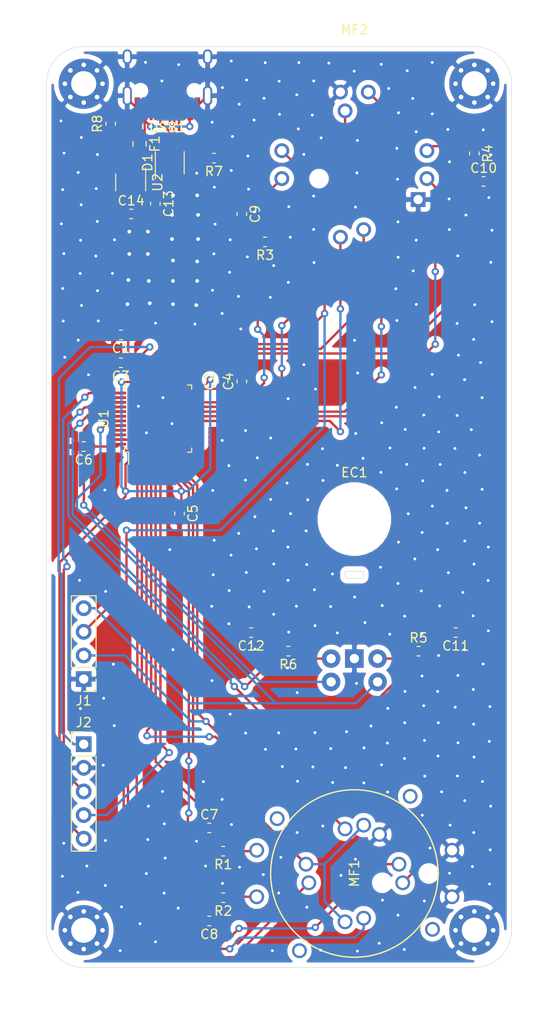
<source format=kicad_pcb>
(kicad_pcb (version 20171130) (host pcbnew "(5.1.2)-1")
  (layers (0 F.Cu signal) (31 B.Cu signal) (34 B.Paste user) (35 F.Paste user) (36 B.SilkS user) (37 F.SilkS user) (38 B.Mask user) (39 F.Mask user) (44 Edge.Cuts user))
  (net 0 "")
  (net 1 +3V3)
  (net 2 GND)
  (net 3 MF1EA)
  (net 4 MF1EB)
  (net 5 MF2EA)
  (net 6 MF2EB)
  (net 7 "Net-(EC1-PadB)")
  (net 8 "Net-(EC1-PadA)")
  (net 9 EC1S2)
  (net 10 EC1S1)
  (net 11 "Net-(MF1-Pad5)")
  (net 12 "Net-(MF1-Pad6)")
  (net 13 MF1PUSH)
  (net 14 MF1D)
  (net 15 MF1B)
  (net 16 MF1C)
  (net 17 MF1COM)
  (net 18 MF1A)
  (net 19 MF2COM)
  (net 20 MF2PUSH)
  (net 21 MF2A)
  (net 22 MF2C)
  (net 23 MF2B)
  (net 24 "Net-(MF2-Pad6)")
  (net 25 "Net-(MF2-Pad5)")
  (net 26 MF2D)
  (net 27 NRST)
  (net 28 D_N)
  (net 29 D_P)
  (net 30 EC1EA)
  (net 31 EC1EB)
  (net 32 +5V)
  (net 33 "Net-(F1-Pad1)")
  (net 34 "Net-(R7-Pad2)")
  (net 35 "Net-(R8-Pad2)")
  (net 36 SWDIO)
  (net 37 SWCLK)
  (module Capacitor_SMD:C_0603_1608Metric (layer F.Cu) (at 11.7 16.9 270)
    (fp_text reference C13 (at 0 -1.43 90) (layer F.SilkS))
    (fp_text value 1u)
    (pad 2 smd roundrect (at 0.7875 0 270) (size 0.875 0.95) (layers F.Cu F.Paste F.Mask) (net 2 GND))
    (pad 1 smd roundrect (at -0.7875 0 270) (size 0.875 0.95) (layers F.Cu F.Paste F.Mask) (net 32 +5V))
  )
  (module Capacitor_SMD:C_0603_1608Metric (layer F.Cu) (at 8 31 180)
    (fp_text reference C1 (at 0 -1.43) (layer F.SilkS))
    (fp_text value 4.7u)
    (pad 2 smd roundrect (at 0.7875 0 180) (size 0.875 0.95) (layers F.Cu F.Paste F.Mask) (net 2 GND))
    (pad 1 smd roundrect (at -0.7875 0 180) (size 0.875 0.95) (layers F.Cu F.Paste F.Mask) (net 1 +3V3))
  )
  (module Capacitor_SMD:C_0603_1608Metric (layer F.Cu) (at 19 36 90)
    (fp_text reference C2 (at 0 -1.43 90) (layer F.SilkS))
    (fp_text value 4.7u)
    (pad 2 smd roundrect (at 0.7875 0 90) (size 0.875 0.95) (layers F.Cu F.Paste F.Mask) (net 2 GND))
    (pad 1 smd roundrect (at -0.7875 0 90) (size 0.875 0.95) (layers F.Cu F.Paste F.Mask) (net 1 +3V3))
  )
  (module Capacitor_SMD:C_0603_1608Metric (layer F.Cu) (at 8 34 180)
    (fp_text reference C3 (at 0 -1.43) (layer F.SilkS))
    (fp_text value 0.1u)
    (pad 2 smd roundrect (at 0.7875 0 180) (size 0.875 0.95) (layers F.Cu F.Paste F.Mask) (net 2 GND))
    (pad 1 smd roundrect (at -0.7875 0 180) (size 0.875 0.95) (layers F.Cu F.Paste F.Mask) (net 1 +3V3))
  )
  (module Capacitor_SMD:C_0603_1608Metric (layer F.Cu) (at 21 36 90)
    (fp_text reference C4 (at 0 -1.43 90) (layer F.SilkS))
    (fp_text value 0.1u)
    (pad 2 smd roundrect (at 0.7875 0 90) (size 0.875 0.95) (layers F.Cu F.Paste F.Mask) (net 2 GND))
    (pad 1 smd roundrect (at -0.7875 0 90) (size 0.875 0.95) (layers F.Cu F.Paste F.Mask) (net 1 +3V3))
  )
  (module Capacitor_SMD:C_0603_1608Metric (layer F.Cu) (at 14.3 50.2 270)
    (fp_text reference C5 (at 0 -1.43 90) (layer F.SilkS))
    (fp_text value 0.1u)
    (pad 2 smd roundrect (at 0.7875 0 270) (size 0.875 0.95) (layers F.Cu F.Paste F.Mask) (net 2 GND))
    (pad 1 smd roundrect (at -0.7875 0 270) (size 0.875 0.95) (layers F.Cu F.Paste F.Mask) (net 1 +3V3))
  )
  (module Capacitor_SMD:C_0603_1608Metric (layer F.Cu) (at 4 43 180)
    (fp_text reference C6 (at 0 -1.43) (layer F.SilkS))
    (fp_text value 0.1u)
    (pad 1 smd roundrect (at -0.7875 0 180) (size 0.875 0.95) (layers F.Cu F.Paste F.Mask) (net 1 +3V3))
    (pad 2 smd roundrect (at 0.7875 0 180) (size 0.875 0.95) (layers F.Cu F.Paste F.Mask) (net 2 GND))
  )
  (module Capacitor_SMD:C_0603_1608Metric (layer F.Cu) (at 17.5 84)
    (fp_text reference C7 (at 0 -1.43) (layer F.SilkS))
    (fp_text value 0.1u)
    (pad 2 smd roundrect (at 0.7875 0) (size 0.875 0.95) (layers F.Cu F.Paste F.Mask) (net 3 MF1EA))
    (pad 1 smd roundrect (at -0.7875 0) (size 0.875 0.95) (layers F.Cu F.Paste F.Mask) (net 2 GND))
  )
  (module Capacitor_SMD:C_0603_1608Metric (layer F.Cu) (at 17.5 94 180)
    (fp_text reference C8 (at 0 -1.43) (layer F.SilkS))
    (fp_text value 0.1u)
    (pad 1 smd roundrect (at -0.7875 0 180) (size 0.875 0.95) (layers F.Cu F.Paste F.Mask) (net 4 MF1EB))
    (pad 2 smd roundrect (at 0.7875 0 180) (size 0.875 0.95) (layers F.Cu F.Paste F.Mask) (net 2 GND))
  )
  (module Capacitor_SMD:C_0603_1608Metric (layer F.Cu) (at 21 18 270)
    (fp_text reference C9 (at 0 -1.43 90) (layer F.SilkS))
    (fp_text value 0.1u)
    (pad 2 smd roundrect (at 0.7875 0 270) (size 0.875 0.95) (layers F.Cu F.Paste F.Mask) (net 5 MF2EA))
    (pad 1 smd roundrect (at -0.7875 0 270) (size 0.875 0.95) (layers F.Cu F.Paste F.Mask) (net 2 GND))
  )
  (module Capacitor_SMD:C_0603_1608Metric (layer F.Cu) (at 47 14.5)
    (fp_text reference C10 (at 0 -1.43) (layer F.SilkS))
    (fp_text value 0.1u)
    (pad 1 smd roundrect (at -0.7875 0) (size 0.875 0.95) (layers F.Cu F.Paste F.Mask) (net 6 MF2EB))
    (pad 2 smd roundrect (at 0.7875 0) (size 0.875 0.95) (layers F.Cu F.Paste F.Mask) (net 2 GND))
  )
  (module Capacitor_SMD:C_0603_1608Metric (layer F.Cu) (at 44 63 180)
    (fp_text reference C11 (at 0 -1.43) (layer F.SilkS))
    (fp_text value 0.1u)
    (pad 2 smd roundrect (at 0.7875 0 180) (size 0.875 0.95) (layers F.Cu F.Paste F.Mask) (net 30 EC1EA))
    (pad 1 smd roundrect (at -0.7875 0 180) (size 0.875 0.95) (layers F.Cu F.Paste F.Mask) (net 2 GND))
  )
  (module Capacitor_SMD:C_0603_1608Metric (layer F.Cu) (at 22 63 180)
    (fp_text reference C12 (at 0 -1.43) (layer F.SilkS))
    (fp_text value 0.1u)
    (pad 1 smd roundrect (at -0.7875 0 180) (size 0.875 0.95) (layers F.Cu F.Paste F.Mask) (net 31 EC1EB))
    (pad 2 smd roundrect (at 0.7875 0 180) (size 0.875 0.95) (layers F.Cu F.Paste F.Mask) (net 2 GND))
  )
  (module Capacitor_SMD:C_0603_1608Metric (layer F.Cu) (at 9.1 18)
    (fp_text reference C14 (at 0 -1.43) (layer F.SilkS))
    (fp_text value 1u)
    (pad 1 smd roundrect (at -0.7875 0) (size 0.875 0.95) (layers F.Cu F.Paste F.Mask) (net 2 GND))
    (pad 2 smd roundrect (at 0.7875 0) (size 0.875 0.95) (layers F.Cu F.Paste F.Mask) (net 1 +3V3))
  )
  (module Package_TO_SOT_SMD:SOT-143 (layer F.Cu) (at 13.25 12.5 90)
    (fp_text reference D1 (at 0.02 -2.38 90) (layer F.SilkS))
    (fp_text value PRTR5V0U2X)
    (pad 4 smd rect (at 1.1 -0.95) (size 1 1.4) (layers F.Cu F.Paste F.Mask) (net 32 +5V))
    (pad 3 smd rect (at 1.1 0.95) (size 1 1.4) (layers F.Cu F.Paste F.Mask) (net 28 D_N))
    (pad 2 smd rect (at -1.1 0.95) (size 1 1.4) (layers F.Cu F.Paste F.Mask) (net 29 D_P))
    (pad 1 smd rect (at -1.1 -0.77) (size 1.2 1.4) (layers F.Cu F.Paste F.Mask) (net 2 GND))
  )
  (module crokto:ec11b (layer F.Cu) (at 33.1 50.8)
    (fp_text reference EC1 (at 0 -5) (layer F.SilkS))
    (fp_text value Rotary_Encoder_Switch)
    (pad "" np_thru_hole circle (at 0 0) (size 6.9 6.9) (drill 6.9) (layers *.Cu *.Mask))
    (pad S1 thru_hole circle (at -2.5 17.5 270) (size 2 2) (drill 1) (layers *.Cu *.Mask) (net 10 EC1S1))
    (pad S2 thru_hole circle (at 2.5 17.5 270) (size 2 2) (drill 1) (layers *.Cu *.Mask) (net 9 EC1S2))
    (pad A thru_hole circle (at 2.5 15 270) (size 2 2) (drill 1) (layers *.Cu *.Mask) (net 8 "Net-(EC1-PadA)"))
    (pad B thru_hole circle (at -2.5 15 270) (size 2 2) (drill 1) (layers *.Cu *.Mask) (net 7 "Net-(EC1-PadB)"))
    (pad C thru_hole rect (at 0 15 270) (size 2 2) (drill 1) (layers *.Cu *.Mask) (net 2 GND))
  )
  (module Fuse:Fuse_0805_2012Metric (layer F.Cu) (at 10 10.4625 270)
    (fp_text reference F1 (at 0 -1.65 90) (layer F.SilkS))
    (fp_text value PTC)
    (pad 2 smd roundrect (at 0.9375 0 270) (size 0.975 1.4) (layers F.Cu F.Paste F.Mask) (net 32 +5V))
    (pad 1 smd roundrect (at -0.9375 0 270) (size 0.975 1.4) (layers F.Cu F.Paste F.Mask) (net 33 "Net-(F1-Pad1)"))
  )
  (module Connector_PinHeader_2.54mm:PinHeader_1x04_P2.54mm_Vertical (layer F.Cu) (at 4 68 180)
    (fp_text reference J1 (at 0 -2.33) (layer F.SilkS))
    (fp_text value Conn_01x04)
    (pad 4 thru_hole oval (at 0 7.62 180) (size 1.7 1.7) (drill 1) (layers *.Cu *.Mask) (net 9 EC1S2))
    (pad 3 thru_hole oval (at 0 5.08 180) (size 1.7 1.7) (drill 1) (layers *.Cu *.Mask) (net 19 MF2COM))
    (pad 2 thru_hole oval (at 0 2.54 180) (size 1.7 1.7) (drill 1) (layers *.Cu *.Mask) (net 17 MF1COM))
    (pad 1 thru_hole rect (at 0 0 180) (size 1.7 1.7) (drill 1) (layers *.Cu *.Mask) (net 2 GND))
  )
  (module crokto:RKJXM2E13004 (layer F.Cu) (at 33.1 88.9 270)
    (fp_text reference MF1 (at 0 0 90) (layer F.SilkS))
    (fp_text value Alps_RKJXx)
    (pad MP thru_hole circle (at -8.3 -6 270) (size 1.6 1.6) (drill 1.1) (layers *.Cu *.Mask))
    (pad MP thru_hole circle (at 8.3 5.9 270) (size 1.6 1.6) (drill 1.1) (layers *.Cu *.Mask))
    (pad MP thru_hole circle (at -5.9 8.3 270) (size 1.6 1.6) (drill 1.1) (layers *.Cu *.Mask))
    (pad MP thru_hole circle (at 6 -8.4 270) (size 1.6 1.6) (drill 1.1) (layers *.Cu *.Mask))
    (pad 10 thru_hole circle (at -4.2 -2.7 270) (size 1.6 1.6) (drill 1.1) (layers *.Cu *.Mask) (net 2 GND))
    (pad "" np_thru_hole circle (at 1 -3 270) (size 1.2 1.2) (drill 1.2) (layers *.Cu *.Mask))
    (pad 7 thru_hole circle (at 5.2 1 270) (size 1.6 1.6) (drill 1.1) (layers *.Cu *.Mask) (net 13 MF1PUSH))
    (pad 7 thru_hole circle (at -1 5.2 270) (size 1.6 1.6) (drill 1.1) (layers *.Cu *.Mask) (net 13 MF1PUSH))
    (pad 1 thru_hole circle (at 1 4.9 270) (size 1.6 1.6) (drill 1.1) (layers *.Cu *.Mask) (net 18 MF1A))
    (pad 8 thru_hole circle (at 1 -5.2 270) (size 1.6 1.6) (drill 1.1) (layers *.Cu *.Mask) (net 17 MF1COM))
    (pad 3 thru_hole circle (at -1 -4.8 270) (size 1.6 1.6) (drill 1.1) (layers *.Cu *.Mask) (net 16 MF1C))
    (pad 2 thru_hole circle (at 4.8 -1 270) (size 1.6 1.6) (drill 1.1) (layers *.Cu *.Mask) (net 15 MF1B))
    (pad "" np_thru_hole circle (at 0 -8 270) (size 1.2 1.2) (drill 1.2) (layers *.Cu *.Mask))
    (pad 4 thru_hole circle (at -4.8 1 270) (size 1.6 1.6) (drill 1.1) (layers *.Cu *.Mask) (net 14 MF1D))
    (pad 7 thru_hole circle (at -5.2 -1 270) (size 1.6 1.6) (drill 1.1) (layers *.Cu *.Mask) (net 13 MF1PUSH))
    (pad 6 thru_hole circle (at 2.5 10.5 270) (size 1.6 1.6) (drill 1.1) (layers *.Cu *.Mask) (net 12 "Net-(MF1-Pad6)"))
    (pad 5 thru_hole circle (at -2.5 10.5 270) (size 1.6 1.6) (drill 1.1) (layers *.Cu *.Mask) (net 11 "Net-(MF1-Pad5)"))
    (pad 9 thru_hole circle (at 2.5 -10.5 270) (size 1.6 1.6) (drill 1.1) (layers *.Cu *.Mask) (net 2 GND))
    (pad 9 thru_hole circle (at -2.5 -10.5 270) (size 1.6 1.6) (drill 1.1) (layers *.Cu *.Mask) (net 2 GND))
  )
  (module crokto:RKJXT1F42001 (layer F.Cu) (at 33.1 12.7)
    (fp_text reference MF2 (at 0 -14.5) (layer F.SilkS))
    (fp_text value Alps_RKJXx)
    (pad 8 thru_hole circle (at -1 -5.78) (size 1.6 1.6) (drill 1) (layers *.Cu *.Mask) (net 19 MF2COM))
    (pad 7 thru_hole circle (at 1 6.98) (size 1.6 1.6) (drill 1) (layers *.Cu *.Mask) (net 20 MF2PUSH))
    (pad 1 thru_hole circle (at -1.5 7.8) (size 1.6 1.6) (drill 1) (layers *.Cu *.Mask) (net 21 MF2A))
    (pad "" np_thru_hole circle (at -3.8 1.5) (size 1.1 1.1) (drill 1.1) (layers *.Cu *.Mask))
    (pad 3 thru_hole circle (at 1.5 -7.8) (size 1.6 1.6) (drill 1) (layers *.Cu *.Mask) (net 22 MF2C))
    (pad 9 thru_hole circle (at -1.5 -7.8) (size 1.6 1.6) (drill 1) (layers *.Cu *.Mask) (net 2 GND))
    (pad 10 thru_hole rect (at 6.86 3.75) (size 1.6 1.6) (drill 1) (layers *.Cu *.Mask) (net 2 GND))
    (pad 2 thru_hole circle (at 7.8 1.5) (size 1.6 1.6) (drill 1) (layers *.Cu *.Mask) (net 23 MF2B))
    (pad 6 thru_hole circle (at 7.8 -1.5) (size 1.6 1.6) (drill 1) (layers *.Cu *.Mask) (net 24 "Net-(MF2-Pad6)"))
    (pad 5 thru_hole circle (at -7.8 1.5) (size 1.6 1.6) (drill 1) (layers *.Cu *.Mask) (net 25 "Net-(MF2-Pad5)"))
    (pad 4 thru_hole circle (at -7.8 -1.5) (size 1.6 1.6) (drill 1) (layers *.Cu *.Mask) (net 26 MF2D))
  )
  (module Resistor_SMD:R_0603_1608Metric (layer F.Cu) (at 19 86.5 180)
    (fp_text reference R1 (at 0 -1.43) (layer F.SilkS))
    (fp_text value 10k)
    (pad 2 smd roundrect (at 0.7875 0 180) (size 0.875 0.95) (layers F.Cu F.Paste F.Mask) (net 3 MF1EA))
    (pad 1 smd roundrect (at -0.7875 0 180) (size 0.875 0.95) (layers F.Cu F.Paste F.Mask) (net 11 "Net-(MF1-Pad5)"))
  )
  (module Resistor_SMD:R_0603_1608Metric (layer F.Cu) (at 19 91.5 180)
    (fp_text reference R2 (at 0 -1.43) (layer F.SilkS))
    (fp_text value 10k)
    (pad 1 smd roundrect (at -0.7875 0 180) (size 0.875 0.95) (layers F.Cu F.Paste F.Mask) (net 12 "Net-(MF1-Pad6)"))
    (pad 2 smd roundrect (at 0.7875 0 180) (size 0.875 0.95) (layers F.Cu F.Paste F.Mask) (net 4 MF1EB))
  )
  (module Resistor_SMD:R_0603_1608Metric (layer F.Cu) (at 23.5 21 180)
    (fp_text reference R3 (at 0 -1.43) (layer F.SilkS))
    (fp_text value 10k)
    (pad 2 smd roundrect (at 0.7875 0 180) (size 0.875 0.95) (layers F.Cu F.Paste F.Mask) (net 5 MF2EA))
    (pad 1 smd roundrect (at -0.7875 0 180) (size 0.875 0.95) (layers F.Cu F.Paste F.Mask) (net 25 "Net-(MF2-Pad5)"))
  )
  (module Resistor_SMD:R_0603_1608Metric (layer F.Cu) (at 46 11.5 270)
    (fp_text reference R4 (at 0 -1.43 90) (layer F.SilkS))
    (fp_text value 10k)
    (pad 1 smd roundrect (at -0.7875 0 270) (size 0.875 0.95) (layers F.Cu F.Paste F.Mask) (net 24 "Net-(MF2-Pad6)"))
    (pad 2 smd roundrect (at 0.7875 0 270) (size 0.875 0.95) (layers F.Cu F.Paste F.Mask) (net 6 MF2EB))
  )
  (module Resistor_SMD:R_0603_1608Metric (layer F.Cu) (at 40 65)
    (fp_text reference R5 (at 0 -1.43) (layer F.SilkS))
    (fp_text value 10k)
    (pad 2 smd roundrect (at 0.7875 0) (size 0.875 0.95) (layers F.Cu F.Paste F.Mask) (net 30 EC1EA))
    (pad 1 smd roundrect (at -0.7875 0) (size 0.875 0.95) (layers F.Cu F.Paste F.Mask) (net 8 "Net-(EC1-PadA)"))
  )
  (module Resistor_SMD:R_0603_1608Metric (layer F.Cu) (at 26 65 180)
    (fp_text reference R6 (at 0 -1.43) (layer F.SilkS))
    (fp_text value 10k)
    (pad 1 smd roundrect (at -0.7875 0 180) (size 0.875 0.95) (layers F.Cu F.Paste F.Mask) (net 7 "Net-(EC1-PadB)"))
    (pad 2 smd roundrect (at 0.7875 0 180) (size 0.875 0.95) (layers F.Cu F.Paste F.Mask) (net 31 EC1EB))
  )
  (module Resistor_SMD:R_0603_1608Metric (layer F.Cu) (at 18 12 180)
    (fp_text reference R7 (at 0 -1.43) (layer F.SilkS))
    (fp_text value 5.1K)
    (pad 1 smd roundrect (at -0.7875 0 180) (size 0.875 0.95) (layers F.Cu F.Paste F.Mask) (net 2 GND))
    (pad 2 smd roundrect (at 0.7875 0 180) (size 0.875 0.95) (layers F.Cu F.Paste F.Mask) (net 34 "Net-(R7-Pad2)"))
  )
  (module Resistor_SMD:R_0603_1608Metric (layer F.Cu) (at 6.9 8.3 90)
    (fp_text reference R8 (at 0 -1.43 90) (layer F.SilkS))
    (fp_text value 5.1K)
    (pad 2 smd roundrect (at 0.7875 0 90) (size 0.875 0.95) (layers F.Cu F.Paste F.Mask) (net 35 "Net-(R8-Pad2)"))
    (pad 1 smd roundrect (at -0.7875 0 90) (size 0.875 0.95) (layers F.Cu F.Paste F.Mask) (net 2 GND))
  )
  (module Package_QFP:LQFP-48_7x7mm_P0.5mm (layer F.Cu) (at 12 40 90)
    (fp_text reference U1 (at 0 -5.85 90) (layer F.SilkS))
    (fp_text value STM32F072CBTx)
    (pad 48 smd roundrect (at -2.75 -4.1625 90) (size 0.3 1.475) (layers F.Cu F.Paste F.Mask) (net 1 +3V3))
    (pad 47 smd roundrect (at -2.25 -4.1625 90) (size 0.3 1.475) (layers F.Cu F.Paste F.Mask) (net 2 GND))
    (pad 46 smd roundrect (at -1.75 -4.1625 90) (size 0.3 1.475) (layers F.Cu F.Paste F.Mask))
    (pad 45 smd roundrect (at -1.25 -4.1625 90) (size 0.3 1.475) (layers F.Cu F.Paste F.Mask))
    (pad 44 smd roundrect (at -0.75 -4.1625 90) (size 0.3 1.475) (layers F.Cu F.Paste F.Mask))
    (pad 43 smd roundrect (at -0.25 -4.1625 90) (size 0.3 1.475) (layers F.Cu F.Paste F.Mask) (net 9 EC1S2))
    (pad 42 smd roundrect (at 0.25 -4.1625 90) (size 0.3 1.475) (layers F.Cu F.Paste F.Mask) (net 10 EC1S1))
    (pad 41 smd roundrect (at 0.75 -4.1625 90) (size 0.3 1.475) (layers F.Cu F.Paste F.Mask) (net 31 EC1EB))
    (pad 40 smd roundrect (at 1.25 -4.1625 90) (size 0.3 1.475) (layers F.Cu F.Paste F.Mask) (net 30 EC1EA))
    (pad 39 smd roundrect (at 1.75 -4.1625 90) (size 0.3 1.475) (layers F.Cu F.Paste F.Mask))
    (pad 38 smd roundrect (at 2.25 -4.1625 90) (size 0.3 1.475) (layers F.Cu F.Paste F.Mask))
    (pad 37 smd roundrect (at 2.75 -4.1625 90) (size 0.3 1.475) (layers F.Cu F.Paste F.Mask) (net 37 SWCLK))
    (pad 36 smd roundrect (at 4.1625 -2.75 90) (size 1.475 0.3) (layers F.Cu F.Paste F.Mask) (net 1 +3V3))
    (pad 35 smd roundrect (at 4.1625 -2.25 90) (size 1.475 0.3) (layers F.Cu F.Paste F.Mask) (net 2 GND))
    (pad 34 smd roundrect (at 4.1625 -1.75 90) (size 1.475 0.3) (layers F.Cu F.Paste F.Mask) (net 36 SWDIO))
    (pad 33 smd roundrect (at 4.1625 -1.25 90) (size 1.475 0.3) (layers F.Cu F.Paste F.Mask) (net 29 D_P))
    (pad 32 smd roundrect (at 4.1625 -0.75 90) (size 1.475 0.3) (layers F.Cu F.Paste F.Mask) (net 28 D_N))
    (pad 31 smd roundrect (at 4.1625 -0.25 90) (size 1.475 0.3) (layers F.Cu F.Paste F.Mask))
    (pad 30 smd roundrect (at 4.1625 0.25 90) (size 1.475 0.3) (layers F.Cu F.Paste F.Mask))
    (pad 29 smd roundrect (at 4.1625 0.75 90) (size 1.475 0.3) (layers F.Cu F.Paste F.Mask))
    (pad 28 smd roundrect (at 4.1625 1.25 90) (size 1.475 0.3) (layers F.Cu F.Paste F.Mask))
    (pad 27 smd roundrect (at 4.1625 1.75 90) (size 1.475 0.3) (layers F.Cu F.Paste F.Mask) (net 19 MF2COM))
    (pad 26 smd roundrect (at 4.1625 2.25 90) (size 1.475 0.3) (layers F.Cu F.Paste F.Mask) (net 20 MF2PUSH))
    (pad 25 smd roundrect (at 4.1625 2.75 90) (size 1.475 0.3) (layers F.Cu F.Paste F.Mask) (net 6 MF2EB))
    (pad 24 smd roundrect (at 2.75 4.1625 90) (size 0.3 1.475) (layers F.Cu F.Paste F.Mask) (net 1 +3V3))
    (pad 23 smd roundrect (at 2.25 4.1625 90) (size 0.3 1.475) (layers F.Cu F.Paste F.Mask) (net 2 GND))
    (pad 22 smd roundrect (at 1.75 4.1625 90) (size 0.3 1.475) (layers F.Cu F.Paste F.Mask) (net 5 MF2EA))
    (pad 21 smd roundrect (at 1.25 4.1625 90) (size 0.3 1.475) (layers F.Cu F.Paste F.Mask) (net 26 MF2D))
    (pad 20 smd roundrect (at 0.75 4.1625 90) (size 0.3 1.475) (layers F.Cu F.Paste F.Mask) (net 22 MF2C))
    (pad 19 smd roundrect (at 0.25 4.1625 90) (size 0.3 1.475) (layers F.Cu F.Paste F.Mask) (net 23 MF2B))
    (pad 18 smd roundrect (at -0.25 4.1625 90) (size 0.3 1.475) (layers F.Cu F.Paste F.Mask) (net 21 MF2A))
    (pad 17 smd roundrect (at -0.75 4.1625 90) (size 0.3 1.475) (layers F.Cu F.Paste F.Mask))
    (pad 16 smd roundrect (at -1.25 4.1625 90) (size 0.3 1.475) (layers F.Cu F.Paste F.Mask))
    (pad 15 smd roundrect (at -1.75 4.1625 90) (size 0.3 1.475) (layers F.Cu F.Paste F.Mask))
    (pad 14 smd roundrect (at -2.25 4.1625 90) (size 0.3 1.475) (layers F.Cu F.Paste F.Mask))
    (pad 13 smd roundrect (at -2.75 4.1625 90) (size 0.3 1.475) (layers F.Cu F.Paste F.Mask))
    (pad 12 smd roundrect (at -4.1625 2.75 90) (size 1.475 0.3) (layers F.Cu F.Paste F.Mask) (net 17 MF1COM))
    (pad 11 smd roundrect (at -4.1625 2.25 90) (size 1.475 0.3) (layers F.Cu F.Paste F.Mask) (net 13 MF1PUSH))
    (pad 10 smd roundrect (at -4.1625 1.75 90) (size 1.475 0.3) (layers F.Cu F.Paste F.Mask) (net 4 MF1EB))
    (pad 9 smd roundrect (at -4.1625 1.25 90) (size 1.475 0.3) (layers F.Cu F.Paste F.Mask) (net 1 +3V3))
    (pad 8 smd roundrect (at -4.1625 0.75 90) (size 1.475 0.3) (layers F.Cu F.Paste F.Mask) (net 2 GND))
    (pad 7 smd roundrect (at -4.1625 0.25 90) (size 1.475 0.3) (layers F.Cu F.Paste F.Mask) (net 27 NRST))
    (pad 6 smd roundrect (at -4.1625 -0.25 90) (size 1.475 0.3) (layers F.Cu F.Paste F.Mask) (net 3 MF1EA))
    (pad 5 smd roundrect (at -4.1625 -0.75 90) (size 1.475 0.3) (layers F.Cu F.Paste F.Mask) (net 14 MF1D))
    (pad 4 smd roundrect (at -4.1625 -1.25 90) (size 1.475 0.3) (layers F.Cu F.Paste F.Mask) (net 16 MF1C))
    (pad 3 smd roundrect (at -4.1625 -1.75 90) (size 1.475 0.3) (layers F.Cu F.Paste F.Mask) (net 15 MF1B))
    (pad 2 smd roundrect (at -4.1625 -2.25 90) (size 1.475 0.3) (layers F.Cu F.Paste F.Mask) (net 18 MF1A))
    (pad 1 smd roundrect (at -4.1625 -2.75 90) (size 1.475 0.3) (layers F.Cu F.Paste F.Mask) (net 1 +3V3))
  )
  (module Package_TO_SOT_SMD:SOT-23-5 (layer F.Cu) (at 9.05 14.6 270)
    (fp_text reference U2 (at 0 -2.9 90) (layer F.SilkS))
    (fp_text value TLV75533PDBV)
    (pad 5 smd rect (at 1.1 -0.95 270) (size 1.06 0.65) (layers F.Cu F.Paste F.Mask) (net 1 +3V3))
    (pad 4 smd rect (at 1.1 0.95 270) (size 1.06 0.65) (layers F.Cu F.Paste F.Mask))
    (pad 3 smd rect (at -1.1 0.95 270) (size 1.06 0.65) (layers F.Cu F.Paste F.Mask) (net 32 +5V))
    (pad 2 smd rect (at -1.1 0 270) (size 1.06 0.65) (layers F.Cu F.Paste F.Mask) (net 2 GND))
    (pad 1 smd rect (at -1.1 -0.95 270) (size 1.06 0.65) (layers F.Cu F.Paste F.Mask) (net 32 +5V))
  )
  (module Type-C:HRO-TYPE-C-31-M-12-HandSoldering (layer F.Cu) (at 13 -1.5 180)
    (fp_text reference USB1 (at 0 -10.2) (layer F.SilkS))
    (fp_text value HRO-TYPE-C-31-M-12)
    (pad 12 smd rect (at 3.225 -8.195 180) (size 0.6 2.45) (layers F.Cu F.Paste F.Mask) (net 2 GND))
    (pad 1 smd rect (at -3.225 -8.195 180) (size 0.6 2.45) (layers F.Cu F.Paste F.Mask) (net 2 GND))
    (pad 11 smd rect (at 2.45 -8.195 180) (size 0.6 2.45) (layers F.Cu F.Paste F.Mask) (net 33 "Net-(F1-Pad1)"))
    (pad 2 smd rect (at -2.45 -8.195 180) (size 0.6 2.45) (layers F.Cu F.Paste F.Mask) (net 33 "Net-(F1-Pad1)"))
    (pad 3 smd rect (at -1.75 -8.195 180) (size 0.3 2.45) (layers F.Cu F.Paste F.Mask))
    (pad 10 smd rect (at 1.75 -8.195 180) (size 0.3 2.45) (layers F.Cu F.Paste F.Mask) (net 35 "Net-(R8-Pad2)"))
    (pad 4 smd rect (at -1.25 -8.195 180) (size 0.3 2.45) (layers F.Cu F.Paste F.Mask) (net 34 "Net-(R7-Pad2)"))
    (pad 9 smd rect (at 1.25 -8.195 180) (size 0.3 2.45) (layers F.Cu F.Paste F.Mask))
    (pad 5 smd rect (at -0.75 -8.195 180) (size 0.3 2.45) (layers F.Cu F.Paste F.Mask) (net 28 D_N))
    (pad 8 smd rect (at 0.75 -8.195 180) (size 0.3 2.45) (layers F.Cu F.Paste F.Mask) (net 29 D_P))
    (pad 7 smd rect (at 0.25 -8.195 180) (size 0.3 2.45) (layers F.Cu F.Paste F.Mask) (net 28 D_N))
    (pad 6 smd rect (at -0.25 -8.195 180) (size 0.3 2.45) (layers F.Cu F.Paste F.Mask) (net 29 D_P))
    (pad "" np_thru_hole circle (at 2.89 -6.25 180) (size 0.65 0.65) (drill 0.65) (layers *.Cu *.Mask))
    (pad "" np_thru_hole circle (at -2.89 -6.25 180) (size 0.65 0.65) (drill 0.65) (layers *.Cu *.Mask))
    (pad 13 thru_hole oval (at -4.32 -6.78 180) (size 1 2.1) (drill oval 0.6 1.7) (layers *.Cu B.Mask) (net 2 GND))
    (pad 13 thru_hole oval (at 4.32 -6.78 180) (size 1 2.1) (drill oval 0.6 1.7) (layers *.Cu B.Mask) (net 2 GND))
    (pad 13 thru_hole oval (at -4.32 -2.6 180) (size 1 1.6) (drill oval 0.6 1.2) (layers *.Cu B.Mask) (net 2 GND))
    (pad 13 thru_hole oval (at 4.32 -2.6 180) (size 1 1.6) (drill oval 0.6 1.2) (layers *.Cu B.Mask) (net 2 GND))
  )
  (module crokto:m2.5_pad_via (layer F.Cu) (at 4 4)
    (fp_text reference H1 hide)
    (fp_text value M2.5)
    (pad 1 thru_hole circle (at 0 0) (size 5.4 5.4) (drill 2.7) (layers *.Cu *.Mask) (net 2 GND))
    (pad 1 thru_hole circle (at 2.025 0) (size 0.8 0.8) (drill 0.5) (layers *.Cu *.Mask) (net 2 GND))
    (pad 1 thru_hole circle (at 1.431891 1.431891) (size 0.8 0.8) (drill 0.5) (layers *.Cu *.Mask) (net 2 GND))
    (pad 1 thru_hole circle (at 0 2.025) (size 0.8 0.8) (drill 0.5) (layers *.Cu *.Mask) (net 2 GND))
    (pad 1 thru_hole circle (at -1.431891 1.431891) (size 0.8 0.8) (drill 0.5) (layers *.Cu *.Mask) (net 2 GND))
    (pad 1 thru_hole circle (at -2.025 0) (size 0.8 0.8) (drill 0.5) (layers *.Cu *.Mask) (net 2 GND))
    (pad 1 thru_hole circle (at -1.431891 -1.431891) (size 0.8 0.8) (drill 0.5) (layers *.Cu *.Mask) (net 2 GND))
    (pad 1 thru_hole circle (at 0 -2.025) (size 0.8 0.8) (drill 0.5) (layers *.Cu *.Mask) (net 2 GND))
    (pad 1 thru_hole circle (at 1.431891 -1.431891) (size 0.8 0.8) (drill 0.5) (layers *.Cu *.Mask) (net 2 GND))
  )
  (module crokto:m2.5_pad_via (layer F.Cu) (at 46 4)
    (fp_text reference H2 hide)
    (fp_text value M2.5)
    (pad 1 thru_hole circle (at 1.431891 -1.431891) (size 0.8 0.8) (drill 0.5) (layers *.Cu *.Mask) (net 2 GND))
    (pad 1 thru_hole circle (at 0 -2.025) (size 0.8 0.8) (drill 0.5) (layers *.Cu *.Mask) (net 2 GND))
    (pad 1 thru_hole circle (at -1.431891 -1.431891) (size 0.8 0.8) (drill 0.5) (layers *.Cu *.Mask) (net 2 GND))
    (pad 1 thru_hole circle (at -2.025 0) (size 0.8 0.8) (drill 0.5) (layers *.Cu *.Mask) (net 2 GND))
    (pad 1 thru_hole circle (at -1.431891 1.431891) (size 0.8 0.8) (drill 0.5) (layers *.Cu *.Mask) (net 2 GND))
    (pad 1 thru_hole circle (at 0 2.025) (size 0.8 0.8) (drill 0.5) (layers *.Cu *.Mask) (net 2 GND))
    (pad 1 thru_hole circle (at 1.431891 1.431891) (size 0.8 0.8) (drill 0.5) (layers *.Cu *.Mask) (net 2 GND))
    (pad 1 thru_hole circle (at 2.025 0) (size 0.8 0.8) (drill 0.5) (layers *.Cu *.Mask) (net 2 GND))
    (pad 1 thru_hole circle (at 0 0) (size 5.4 5.4) (drill 2.7) (layers *.Cu *.Mask) (net 2 GND))
  )
  (module crokto:m2.5_pad_via (layer F.Cu) (at 4 95)
    (fp_text reference H3 hide)
    (fp_text value M2.5)
    (pad 1 thru_hole circle (at 0 0) (size 5.4 5.4) (drill 2.7) (layers *.Cu *.Mask) (net 2 GND))
    (pad 1 thru_hole circle (at 2.025 0) (size 0.8 0.8) (drill 0.5) (layers *.Cu *.Mask) (net 2 GND))
    (pad 1 thru_hole circle (at 1.431891 1.431891) (size 0.8 0.8) (drill 0.5) (layers *.Cu *.Mask) (net 2 GND))
    (pad 1 thru_hole circle (at 0 2.025) (size 0.8 0.8) (drill 0.5) (layers *.Cu *.Mask) (net 2 GND))
    (pad 1 thru_hole circle (at -1.431891 1.431891) (size 0.8 0.8) (drill 0.5) (layers *.Cu *.Mask) (net 2 GND))
    (pad 1 thru_hole circle (at -2.025 0) (size 0.8 0.8) (drill 0.5) (layers *.Cu *.Mask) (net 2 GND))
    (pad 1 thru_hole circle (at -1.431891 -1.431891) (size 0.8 0.8) (drill 0.5) (layers *.Cu *.Mask) (net 2 GND))
    (pad 1 thru_hole circle (at 0 -2.025) (size 0.8 0.8) (drill 0.5) (layers *.Cu *.Mask) (net 2 GND))
    (pad 1 thru_hole circle (at 1.431891 -1.431891) (size 0.8 0.8) (drill 0.5) (layers *.Cu *.Mask) (net 2 GND))
  )
  (module crokto:m2.5_pad_via (layer F.Cu) (at 46 95)
    (fp_text reference H4 hide)
    (fp_text value M2.5)
    (pad 1 thru_hole circle (at 1.431891 -1.431891) (size 0.8 0.8) (drill 0.5) (layers *.Cu *.Mask) (net 2 GND))
    (pad 1 thru_hole circle (at 0 -2.025) (size 0.8 0.8) (drill 0.5) (layers *.Cu *.Mask) (net 2 GND))
    (pad 1 thru_hole circle (at -1.431891 -1.431891) (size 0.8 0.8) (drill 0.5) (layers *.Cu *.Mask) (net 2 GND))
    (pad 1 thru_hole circle (at -2.025 0) (size 0.8 0.8) (drill 0.5) (layers *.Cu *.Mask) (net 2 GND))
    (pad 1 thru_hole circle (at -1.431891 1.431891) (size 0.8 0.8) (drill 0.5) (layers *.Cu *.Mask) (net 2 GND))
    (pad 1 thru_hole circle (at 0 2.025) (size 0.8 0.8) (drill 0.5) (layers *.Cu *.Mask) (net 2 GND))
    (pad 1 thru_hole circle (at 1.431891 1.431891) (size 0.8 0.8) (drill 0.5) (layers *.Cu *.Mask) (net 2 GND))
    (pad 1 thru_hole circle (at 2.025 0) (size 0.8 0.8) (drill 0.5) (layers *.Cu *.Mask) (net 2 GND))
    (pad 1 thru_hole circle (at 0 0) (size 5.4 5.4) (drill 2.7) (layers *.Cu *.Mask) (net 2 GND))
  )
  (module Connector_PinHeader_2.54mm:PinHeader_1x05_P2.54mm_Vertical (layer F.Cu) (at 4 75)
    (fp_text reference J2 (at 0 -2.33) (layer F.SilkS))
    (fp_text value Conn_01x05)
    (pad 5 thru_hole oval (at 0 10.16) (size 1.7 1.7) (drill 1) (layers *.Cu *.Mask) (net 1 +3V3))
    (pad 4 thru_hole oval (at 0 7.62) (size 1.7 1.7) (drill 1) (layers *.Cu *.Mask) (net 27 NRST))
    (pad 3 thru_hole oval (at 0 5.08) (size 1.7 1.7) (drill 1) (layers *.Cu *.Mask) (net 37 SWCLK))
    (pad 2 thru_hole oval (at 0 2.54) (size 1.7 1.7) (drill 1) (layers *.Cu *.Mask) (net 2 GND))
    (pad 1 thru_hole rect (at 0 0) (size 1.7 1.7) (drill 1) (layers *.Cu *.Mask) (net 36 SWDIO))
  )
  (gr_arc (start 33.9 56.6) (end 34.1 56.6) (angle -90) (layer Edge.Cuts) (width 0.05))
  (gr_arc (start 33.9 57) (end 33.9 57.2) (angle -90) (layer Edge.Cuts) (width 0.05))
  (gr_arc (start 32.3 57) (end 32.1 57) (angle -90) (layer Edge.Cuts) (width 0.05))
  (gr_arc (start 32.3 56.6) (end 32.3 56.4) (angle -90) (layer Edge.Cuts) (width 0.05))
  (gr_line (start 33.9 56.4) (end 32.3 56.4) (layer Edge.Cuts) (width 0.05))
  (gr_line (start 34.1 57) (end 34.1 56.6) (layer Edge.Cuts) (width 0.05))
  (gr_line (start 32.3 57.2) (end 33.9 57.2) (layer Edge.Cuts) (width 0.05))
  (gr_line (start 32.1 56.6) (end 32.1 57) (layer Edge.Cuts) (width 0.05))
  (gr_arc (start 4 4) (end 4 0) (angle -90) (layer Edge.Cuts) (width 0.05))
  (gr_arc (start 4 95) (end 0 95) (angle -90) (layer Edge.Cuts) (width 0.05))
  (gr_arc (start 46 95) (end 46 99) (angle -90) (layer Edge.Cuts) (width 0.05))
  (gr_arc (start 46 4) (end 50 4) (angle -90) (layer Edge.Cuts) (width 0.05))
  (gr_line (start 46 99) (end 4 99) (layer Edge.Cuts) (width 0.05))
  (gr_line (start 50 4) (end 50 95) (layer Edge.Cuts) (width 0.05))
  (gr_line (start 4 0) (end 46 0) (layer Edge.Cuts) (width 0.05))
  (gr_line (start 0 95) (end 0 4) (layer Edge.Cuts) (width 0.05))
  (segment (start 10 17.8875) (end 9.8875 18) (width 0.254) (layer F.Cu) (net 1))
  (segment (start 10 15.7) (end 10 17.8875) (width 0.254) (layer F.Cu) (net 1))
  (segment (start 9.8875 29.9) (end 8.7875 31) (width 0.254) (layer F.Cu) (net 1))
  (segment (start 9.8875 18) (end 9.8875 29.9) (width 0.254) (layer F.Cu) (net 1))
  (segment (start 8.7875 31.575) (end 8.7875 34) (width 0.254) (layer F.Cu) (net 1))
  (segment (start 8.7875 31) (end 8.7875 31.575) (width 0.254) (layer F.Cu) (net 1))
  (segment (start 8.7875 35.375) (end 9.25 35.8375) (width 0.254) (layer F.Cu) (net 1))
  (segment (start 8.7875 34) (end 8.7875 35.375) (width 0.254) (layer F.Cu) (net 1))
  (segment (start 7.5875 43) (end 4.7875 43) (width 0.254) (layer F.Cu) (net 1))
  (segment (start 7.8375 42.75) (end 7.5875 43) (width 0.254) (layer F.Cu) (net 1))
  (segment (start 16.625 36.7875) (end 16.1625 37.25) (width 0.254) (layer F.Cu) (net 1))
  (segment (start 19 36.7875) (end 16.625 36.7875) (width 0.254) (layer F.Cu) (net 1))
  (segment (start 19 36.7875) (end 21 36.7875) (width 0.254) (layer F.Cu) (net 1))
  (segment (start 7.8375 42.75) (end 9.25 44.1625) (width 0.254) (layer F.Cu) (net 1))
  (via (at 14.5 47.8) (size 0.8) (drill 0.4) (layers F.Cu B.Cu) (net 1))
  (via (at 8.5 47.8) (size 0.8) (drill 0.4) (layers F.Cu B.Cu) (net 1))
  (segment (start 14.5 47.8) (end 8.5 47.8) (width 0.254) (layer B.Cu) (net 1))
  (segment (start 8.5 44.9125) (end 9.25 44.1625) (width 0.254) (layer F.Cu) (net 1))
  (segment (start 8.5 47.8) (end 8.5 44.9125) (width 0.254) (layer F.Cu) (net 1))
  (via (at 17.6 35.8) (size 0.8) (drill 0.4) (layers F.Cu B.Cu) (net 1))
  (segment (start 16.1625 37.25) (end 16.1625 37.2375) (width 0.254) (layer F.Cu) (net 1))
  (segment (start 16.1625 37.2375) (end 17.6 35.8) (width 0.254) (layer F.Cu) (net 1))
  (segment (start 17.6 35.8) (end 17.6 45.4) (width 0.254) (layer B.Cu) (net 1))
  (segment (start 15.2 47.8) (end 14.5 47.8) (width 0.254) (layer B.Cu) (net 1))
  (segment (start 17.6 45.4) (end 15.2 47.8) (width 0.254) (layer B.Cu) (net 1))
  (segment (start 9.02929 36.05821) (end 8.05821 36.05821) (width 0.254) (layer F.Cu) (net 1))
  (segment (start 9.25 35.8375) (end 9.02929 36.05821) (width 0.254) (layer F.Cu) (net 1))
  (via (at 8.05821 36.05821) (size 0.8) (drill 0.4) (layers F.Cu B.Cu) (net 1))
  (segment (start 8.05821 47.35821) (end 8.5 47.8) (width 0.254) (layer B.Cu) (net 1))
  (segment (start 8.05821 36.05821) (end 8.05821 47.35821) (width 0.254) (layer B.Cu) (net 1))
  (segment (start 8.5 48.365685) (end 1.4 55.465685) (width 0.254) (layer F.Cu) (net 1))
  (segment (start 8.5 47.8) (end 8.5 48.365685) (width 0.254) (layer F.Cu) (net 1))
  (segment (start 1.4 82.56) (end 4 85.16) (width 0.254) (layer F.Cu) (net 1))
  (segment (start 1.4 55.465685) (end 1.4 82.56) (width 0.254) (layer F.Cu) (net 1))
  (segment (start 14.5 47.8) (end 14.5 47.346592) (width 0.254) (layer F.Cu) (net 1))
  (segment (start 13.25 46.096592) (end 13.25 44.1625) (width 0.254) (layer F.Cu) (net 1))
  (segment (start 14.5 47.346592) (end 13.25 46.096592) (width 0.254) (layer F.Cu) (net 1))
  (segment (start 14.5 49.2125) (end 14.3 49.4125) (width 0.254) (layer F.Cu) (net 1))
  (segment (start 14.5 47.8) (end 14.5 49.2125) (width 0.254) (layer F.Cu) (net 1))
  (segment (start 9.05 17.2625) (end 8.3125 18) (width 0.254) (layer F.Cu) (net 2))
  (segment (start 9.05 13.5) (end 9.05 17.2625) (width 0.254) (layer F.Cu) (net 2))
  (via (at 8.9 19.9) (size 0.8) (drill 0.4) (layers F.Cu B.Cu) (net 2))
  (via (at 10.9 19.9) (size 0.8) (drill 0.4) (layers F.Cu B.Cu) (net 2))
  (via (at 10.9 22.3) (size 0.8) (drill 0.4) (layers F.Cu B.Cu) (net 2))
  (via (at 8.9 22.3) (size 0.8) (drill 0.4) (layers F.Cu B.Cu) (net 2))
  (via (at 8.8 25.1) (size 0.8) (drill 0.4) (layers F.Cu B.Cu) (net 2))
  (via (at 11 25.2) (size 0.8) (drill 0.4) (layers F.Cu B.Cu) (net 2))
  (via (at 11.1 27.6) (size 0.8) (drill 0.4) (layers F.Cu B.Cu) (net 2))
  (via (at 8.7 27.7) (size 0.8) (drill 0.4) (layers F.Cu B.Cu) (net 2))
  (via (at 13.6 16) (size 0.8) (drill 0.4) (layers F.Cu B.Cu) (net 2))
  (via (at 13.5 18.1) (size 0.8) (drill 0.4) (layers F.Cu B.Cu) (net 2))
  (via (at 13.5 20.7) (size 0.8) (drill 0.4) (layers F.Cu B.Cu) (net 2))
  (via (at 13.6 23) (size 0.8) (drill 0.4) (layers F.Cu B.Cu) (net 2))
  (via (at 13.6 25.2) (size 0.8) (drill 0.4) (layers F.Cu B.Cu) (net 2))
  (via (at 13.6 27.7) (size 0.8) (drill 0.4) (layers F.Cu B.Cu) (net 2))
  (via (at 16.1 27.8) (size 0.8) (drill 0.4) (layers F.Cu B.Cu) (net 2))
  (via (at 16.2 25.2) (size 0.8) (drill 0.4) (layers F.Cu B.Cu) (net 2))
  (via (at 16.2 23.1) (size 0.8) (drill 0.4) (layers F.Cu B.Cu) (net 2))
  (via (at 16.3 20.7) (size 0.8) (drill 0.4) (layers F.Cu B.Cu) (net 2))
  (via (at 16.3 18.1) (size 0.8) (drill 0.4) (layers F.Cu B.Cu) (net 2))
  (via (at 16.2 16) (size 0.8) (drill 0.4) (layers F.Cu B.Cu) (net 2))
  (segment (start 12.75 44.1625) (end 12.75 42.15) (width 0.254) (layer F.Cu) (net 2))
  (segment (start 8.46979 42.26979) (end 9.76979 42.26979) (width 0.254) (layer F.Cu) (net 2))
  (segment (start 7.8375 42.25) (end 8.45 42.25) (width 0.254) (layer F.Cu) (net 2))
  (segment (start 8.45 42.25) (end 8.46979 42.26979) (width 0.254) (layer F.Cu) (net 2))
  (segment (start 9.75 35.8375) (end 9.75 37.65) (width 0.254) (layer F.Cu) (net 2))
  (segment (start 9.76979 35.13021) (end 9.76979 33.83021) (width 0.254) (layer F.Cu) (net 2))
  (segment (start 9.75 35.8375) (end 9.75 35.15) (width 0.254) (layer F.Cu) (net 2))
  (segment (start 9.75 35.15) (end 9.76979 35.13021) (width 0.254) (layer F.Cu) (net 2))
  (segment (start 14.65 37.248056) (end 16.398056 35.5) (width 0.254) (layer F.Cu) (net 2))
  (segment (start 14.65 37.75) (end 14.65 37.248056) (width 0.254) (layer F.Cu) (net 2))
  (segment (start 14.65 37.75) (end 14.45 37.75) (width 0.254) (layer F.Cu) (net 2))
  (segment (start 16.1625 37.75) (end 14.65 37.75) (width 0.254) (layer F.Cu) (net 2))
  (segment (start 14.048056 42.15) (end 15.898056 44) (width 0.254) (layer F.Cu) (net 2))
  (segment (start 12.75 42.15) (end 14.048056 42.15) (width 0.254) (layer F.Cu) (net 2))
  (segment (start 13.725 50.9875) (end 13.4 50.6625) (width 0.254) (layer F.Cu) (net 2))
  (segment (start 14.3 50.9875) (end 13.725 50.9875) (width 0.254) (layer F.Cu) (net 2))
  (segment (start 12.75 45) (end 12.75 44.1625) (width 0.254) (layer F.Cu) (net 2))
  (segment (start 12.75 46.243184) (end 12.75 45) (width 0.254) (layer F.Cu) (net 2))
  (segment (start 13.4 46.893184) (end 12.75 46.243184) (width 0.254) (layer F.Cu) (net 2))
  (segment (start 13.4 50.6625) (end 13.4 46.893184) (width 0.254) (layer F.Cu) (net 2))
  (segment (start 16.225 6.375) (end 17.32 5.28) (width 0.254) (layer F.Cu) (net 2))
  (segment (start 16.225 6.695) (end 16.225 6.375) (width 0.254) (layer F.Cu) (net 2))
  (segment (start 8.68 5.6) (end 9.775 6.695) (width 0.254) (layer F.Cu) (net 2))
  (segment (start 8.68 5.28) (end 8.68 5.6) (width 0.254) (layer F.Cu) (net 2))
  (via (at 1.557671 8.002525) (size 0.6) (drill 0.3) (layers F.Cu B.Cu) (net 2))
  (via (at 1.885051 11.453971) (size 0.6) (drill 0.3) (layers F.Cu B.Cu) (net 2))
  (via (at 1.744186 15.383768) (size 0.6) (drill 0.3) (layers F.Cu B.Cu) (net 2))
  (via (at 1.601363 19.058362) (size 0.6) (drill 0.3) (layers F.Cu B.Cu) (net 2))
  (via (at 1.865685 22.264002) (size 0.6) (drill 0.3) (layers F.Cu B.Cu) (net 2))
  (via (at 1.741194 26.01385) (size 0.6) (drill 0.3) (layers F.Cu B.Cu) (net 2))
  (via (at 1.805505 29.509517) (size 0.6) (drill 0.3) (layers F.Cu B.Cu) (net 2))
  (via (at 1.962765 33.406534) (size 0.6) (drill 0.3) (layers F.Cu B.Cu) (net 2))
  (via (at 1.850986 85.641904) (size 0.6) (drill 0.3) (layers F.Cu B.Cu) (net 2))
  (via (at 1.703477 89.197909) (size 0.6) (drill 0.3) (layers F.Cu B.Cu) (net 2))
  (via (at 3.751027 9.778831) (size 0.6) (drill 0.3) (layers F.Cu B.Cu) (net 2))
  (via (at 3.405423 13.541356) (size 0.6) (drill 0.3) (layers F.Cu B.Cu) (net 2))
  (via (at 3.722709 17.009342) (size 0.6) (drill 0.3) (layers F.Cu B.Cu) (net 2))
  (via (at 3.664049 20.825615) (size 0.6) (drill 0.3) (layers F.Cu B.Cu) (net 2))
  (via (at 3.621386 24.399567) (size 0.6) (drill 0.3) (layers F.Cu B.Cu) (net 2))
  (via (at 3.767584 27.834822) (size 0.6) (drill 0.3) (layers F.Cu B.Cu) (net 2))
  (via (at 3.411566 31.567298) (size 0.6) (drill 0.3) (layers F.Cu B.Cu) (net 2))
  (via (at 3.54793 57.381147) (size 0.6) (drill 0.3) (layers F.Cu B.Cu) (net 2))
  (via (at 3.642741 71.175198) (size 0.6) (drill 0.3) (layers F.Cu B.Cu) (net 2))
  (via (at 3.375639 90.934065) (size 0.6) (drill 0.3) (layers F.Cu B.Cu) (net 2))
  (via (at 4.517209 35.295202) (size 0.6) (drill 0.3) (layers F.Cu B.Cu) (net 2))
  (via (at 4.345433 88.097943) (size 0.6) (drill 0.3) (layers F.Cu B.Cu) (net 2))
  (via (at 5.478706 11.611881) (size 0.6) (drill 0.3) (layers F.Cu B.Cu) (net 2))
  (via (at 5.350663 15.276341) (size 0.6) (drill 0.3) (layers F.Cu B.Cu) (net 2))
  (via (at 5.461156 18.799218) (size 0.6) (drill 0.3) (layers F.Cu B.Cu) (net 2))
  (via (at 5.299803 22.524029) (size 0.6) (drill 0.3) (layers F.Cu B.Cu) (net 2))
  (via (at 5.48431 26.24661) (size 0.6) (drill 0.3) (layers F.Cu B.Cu) (net 2))
  (via (at 5.566865 29.498975) (size 0.6) (drill 0.3) (layers F.Cu B.Cu) (net 2))
  (via (at 6.269806 47.674825) (size 0.6) (drill 0.3) (layers F.Cu B.Cu) (net 2))
  (via (at 6.35923 58.569532) (size 0.6) (drill 0.3) (layers F.Cu B.Cu) (net 2))
  (via (at 6.142212 70.05971) (size 0.6) (drill 0.3) (layers F.Cu B.Cu) (net 2))
  (via (at 6.106354 77.259276) (size 0.6) (drill 0.3) (layers F.Cu B.Cu) (net 2))
  (via (at 6.331003 85.354284) (size 0.6) (drill 0.3) (layers F.Cu B.Cu) (net 2))
  (via (at 6.326378 90.183612) (size 0.6) (drill 0.3) (layers F.Cu B.Cu) (net 2))
  (via (at 7.309188 20.773955) (size 0.6) (drill 0.3) (layers F.Cu B.Cu) (net 2))
  (via (at 7.09125 24.390101) (size 0.6) (drill 0.3) (layers F.Cu B.Cu) (net 2))
  (via (at 7.190942 66.400956) (size 0.6) (drill 0.3) (layers F.Cu B.Cu) (net 2))
  (via (at 7.288381 73.010025) (size 0.6) (drill 0.3) (layers F.Cu B.Cu) (net 2))
  (via (at 8.068458 92.486968) (size 0.6) (drill 0.3) (layers F.Cu B.Cu) (net 2))
  (via (at 7.923191 97.191824) (size 0.6) (drill 0.3) (layers F.Cu B.Cu) (net 2))
  (via (at 9.88036 38.673365) (size 0.6) (drill 0.3) (layers F.Cu B.Cu) (net 2))
  (via (at 10.051563 94.289357) (size 0.6) (drill 0.3) (layers F.Cu B.Cu) (net 2))
  (via (at 10.646969 1.704264) (size 0.6) (drill 0.3) (layers F.Cu B.Cu) (net 2))
  (via (at 10.745654 41.527799) (size 0.6) (drill 0.3) (layers F.Cu B.Cu) (net 2))
  (via (at 10.954542 81.668325) (size 0.6) (drill 0.3) (layers F.Cu B.Cu) (net 2))
  (via (at 10.888682 85.251969) (size 0.6) (drill 0.3) (layers F.Cu B.Cu) (net 2))
  (via (at 10.734776 88.904487) (size 0.6) (drill 0.3) (layers F.Cu B.Cu) (net 2))
  (via (at 11.724623 29.736948) (size 0.6) (drill 0.3) (layers F.Cu B.Cu) (net 2))
  (via (at 11.714234 96.239935) (size 0.6) (drill 0.3) (layers F.Cu B.Cu) (net 2))
  (via (at 12.408176 3.702809) (size 0.6) (drill 0.3) (layers F.Cu B.Cu) (net 2))
  (via (at 12.516714 37.744213) (size 0.6) (drill 0.3) (layers F.Cu B.Cu) (net 2))
  (via (at 12.473758 80.081466) (size 0.6) (drill 0.3) (layers F.Cu B.Cu) (net 2))
  (via (at 12.663061 83.56073) (size 0.6) (drill 0.3) (layers F.Cu B.Cu) (net 2))
  (via (at 12.75909 87.242481) (size 0.6) (drill 0.3) (layers F.Cu B.Cu) (net 2))
  (via (at 12.647875 91.010647) (size 0.6) (drill 0.3) (layers F.Cu B.Cu) (net 2))
  (via (at 13.495246 40.541302) (size 0.6) (drill 0.3) (layers F.Cu B.Cu) (net 2))
  (via (at 13.256228 54.087789) (size 0.6) (drill 0.3) (layers F.Cu B.Cu) (net 2))
  (via (at 13.591497 64.838105) (size 0.6) (drill 0.3) (layers F.Cu B.Cu) (net 2))
  (via (at 14.209161 1.953735) (size 0.6) (drill 0.3) (layers F.Cu B.Cu) (net 2))
  (via (at 14.159331 92.624283) (size 0.6) (drill 0.3) (layers F.Cu B.Cu) (net 2))
  (via (at 16.145439 13.618512) (size 0.6) (drill 0.3) (layers F.Cu B.Cu) (net 2))
  (via (at 15.957458 29.844117) (size 0.6) (drill 0.3) (layers F.Cu B.Cu) (net 2))
  (via (at 16.134565 85.424682) (size 0.6) (drill 0.3) (layers F.Cu B.Cu) (net 2))
  (via (at 16.870047 79.030108) (size 0.6) (drill 0.3) (layers F.Cu B.Cu) (net 2))
  (via (at 17.100471 88.097069) (size 0.6) (drill 0.3) (layers F.Cu B.Cu) (net 2))
  (via (at 17.810428 8.142026) (size 0.6) (drill 0.3) (layers F.Cu B.Cu) (net 2))
  (via (at 18.04862 15.128) (size 0.6) (drill 0.3) (layers F.Cu B.Cu) (net 2))
  (via (at 18.128539 19.091925) (size 0.6) (drill 0.3) (layers F.Cu B.Cu) (net 2))
  (via (at 17.995984 22.290527) (size 0.6) (drill 0.3) (layers F.Cu B.Cu) (net 2))
  (via (at 17.85472 26.204018) (size 0.6) (drill 0.3) (layers F.Cu B.Cu) (net 2))
  (via (at 17.880401 47.725311) (size 0.6) (drill 0.3) (layers F.Cu B.Cu) (net 2))
  (via (at 18.02759 53.075968) (size 0.6) (drill 0.3) (layers F.Cu B.Cu) (net 2))
  (via (at 17.929061 56.793697) (size 0.6) (drill 0.3) (layers F.Cu B.Cu) (net 2))
  (via (at 17.759481 60.170887) (size 0.6) (drill 0.3) (layers F.Cu B.Cu) (net 2))
  (via (at 17.791539 68.168125) (size 0.6) (drill 0.3) (layers F.Cu B.Cu) (net 2))
  (via (at 18.917086 4.422227) (size 0.6) (drill 0.3) (layers F.Cu B.Cu) (net 2))
  (via (at 18.881987 28.694391) (size 0.6) (drill 0.3) (layers F.Cu B.Cu) (net 2))
  (via (at 18.893465 42.344052) (size 0.6) (drill 0.3) (layers F.Cu B.Cu) (net 2))
  (via (at 18.881383 80.929664) (size 0.6) (drill 0.3) (layers F.Cu B.Cu) (net 2))
  (via (at 18.925043 89.958973) (size 0.6) (drill 0.3) (layers F.Cu B.Cu) (net 2))
  (via (at 19.867377 1.553378) (size 0.6) (drill 0.3) (layers F.Cu B.Cu) (net 2))
  (via (at 19.993774 9.675415) (size 0.6) (drill 0.3) (layers F.Cu B.Cu) (net 2))
  (via (at 19.869277 13.326522) (size 0.6) (drill 0.3) (layers F.Cu B.Cu) (net 2))
  (via (at 19.745185 20.779522) (size 0.6) (drill 0.3) (layers F.Cu B.Cu) (net 2))
  (via (at 19.680863 24.270332) (size 0.6) (drill 0.3) (layers F.Cu B.Cu) (net 2))
  (via (at 19.606833 45.059701) (size 0.6) (drill 0.3) (layers F.Cu B.Cu) (net 2))
  (via (at 19.840852 54.677649) (size 0.6) (drill 0.3) (layers F.Cu B.Cu) (net 2))
  (via (at 19.638909 58.483005) (size 0.6) (drill 0.3) (layers F.Cu B.Cu) (net 2))
  (via (at 19.606492 62.053817) (size 0.6) (drill 0.3) (layers F.Cu B.Cu) (net 2))
  (via (at 19.744423 71.76844) (size 0.6) (drill 0.3) (layers F.Cu B.Cu) (net 2))
  (via (at 19.888913 83.637354) (size 0.6) (drill 0.3) (layers F.Cu B.Cu) (net 2))
  (via (at 20.717487 6.201227) (size 0.6) (drill 0.3) (layers F.Cu B.Cu) (net 2))
  (via (at 20.638151 26.854887) (size 0.6) (drill 0.3) (layers F.Cu B.Cu) (net 2))
  (via (at 20.881922 30.362639) (size 0.6) (drill 0.3) (layers F.Cu B.Cu) (net 2))
  (via (at 20.677389 52.335596) (size 0.6) (drill 0.3) (layers F.Cu B.Cu) (net 2))
  (via (at 20.752694 88.219762) (size 0.6) (drill 0.3) (layers F.Cu B.Cu) (net 2))
  (via (at 21.507976 3.599323) (size 0.6) (drill 0.3) (layers F.Cu B.Cu) (net 2))
  (via (at 21.65367 11.778185) (size 0.6) (drill 0.3) (layers F.Cu B.Cu) (net 2))
  (via (at 21.726406 15.333086) (size 0.6) (drill 0.3) (layers F.Cu B.Cu) (net 2))
  (via (at 21.59705 22.610796) (size 0.6) (drill 0.3) (layers F.Cu B.Cu) (net 2))
  (via (at 21.400093 41.281122) (size 0.6) (drill 0.3) (layers F.Cu B.Cu) (net 2))
  (via (at 21.391899 46.613405) (size 0.6) (drill 0.3) (layers F.Cu B.Cu) (net 2))
  (via (at 21.479331 56.532436) (size 0.6) (drill 0.3) (layers F.Cu B.Cu) (net 2))
  (via (at 21.788488 60.24255) (size 0.6) (drill 0.3) (layers F.Cu B.Cu) (net 2))
  (via (at 21.407039 73.808775) (size 0.6) (drill 0.3) (layers F.Cu B.Cu) (net 2))
  (via (at 22.320267 7.906217) (size 0.6) (drill 0.3) (layers F.Cu B.Cu) (net 2))
  (via (at 22.382061 17.769722) (size 0.6) (drill 0.3) (layers F.Cu B.Cu) (net 2))
  (via (at 22.671648 44.217961) (size 0.6) (drill 0.3) (layers F.Cu B.Cu) (net 2))
  (via (at 22.409874 50.540782) (size 0.6) (drill 0.3) (layers F.Cu B.Cu) (net 2))
  (via (at 22.575599 53.996511) (size 0.6) (drill 0.3) (layers F.Cu B.Cu) (net 2))
  (via (at 22.437009 64.772027) (size 0.6) (drill 0.3) (layers F.Cu B.Cu) (net 2))
  (via (at 23.51417 1.740024) (size 0.6) (drill 0.3) (layers F.Cu B.Cu) (net 2))
  (via (at 23.388354 5.557782) (size 0.6) (drill 0.3) (layers F.Cu B.Cu) (net 2))
  (via (at 23.389366 58.574789) (size 0.6) (drill 0.3) (layers F.Cu B.Cu) (net 2))
  (via (at 23.543586 75.554278) (size 0.6) (drill 0.3) (layers F.Cu B.Cu) (net 2))
  (via (at 23.313278 89.017098) (size 0.6) (drill 0.3) (layers F.Cu B.Cu) (net 2))
  (via (at 24.428539 23.550408) (size 0.6) (drill 0.3) (layers F.Cu B.Cu) (net 2))
  (via (at 24.063232 26.968142) (size 0.6) (drill 0.3) (layers F.Cu B.Cu) (net 2))
  (via (at 24.098779 42.082571) (size 0.6) (drill 0.3) (layers F.Cu B.Cu) (net 2))
  (via (at 24.095831 48.691145) (size 0.6) (drill 0.3) (layers F.Cu B.Cu) (net 2))
  (via (at 24.377823 52.073414) (size 0.6) (drill 0.3) (layers F.Cu B.Cu) (net 2))
  (via (at 24.434003 55.624199) (size 0.6) (drill 0.3) (layers F.Cu B.Cu) (net 2))
  (via (at 24.429466 61.033863) (size 0.6) (drill 0.3) (layers F.Cu B.Cu) (net 2))
  (via (at 24.290567 97.198917) (size 0.6) (drill 0.3) (layers F.Cu B.Cu) (net 2))
  (via (at 25.012856 3.727785) (size 0.6) (drill 0.3) (layers F.Cu B.Cu) (net 2))
  (via (at 25.053713 7.288465) (size 0.6) (drill 0.3) (layers F.Cu B.Cu) (net 2))
  (via (at 24.966965 73.784482) (size 0.6) (drill 0.3) (layers F.Cu B.Cu) (net 2))
  (via (at 25.358183 77.402721) (size 0.6) (drill 0.3) (layers F.Cu B.Cu) (net 2))
  (via (at 25.193259 87.163288) (size 0.6) (drill 0.3) (layers F.Cu B.Cu) (net 2))
  (via (at 24.959717 90.993888) (size 0.6) (drill 0.3) (layers F.Cu B.Cu) (net 2))
  (via (at 26.055404 17.226392) (size 0.6) (drill 0.3) (layers F.Cu B.Cu) (net 2))
  (via (at 26.21088 20.503687) (size 0.6) (drill 0.3) (layers F.Cu B.Cu) (net 2))
  (via (at 25.998612 25.355487) (size 0.6) (drill 0.3) (layers F.Cu B.Cu) (net 2))
  (via (at 25.98462 37.871221) (size 0.6) (drill 0.3) (layers F.Cu B.Cu) (net 2))
  (via (at 25.862323 46.931226) (size 0.6) (drill 0.3) (layers F.Cu B.Cu) (net 2))
  (via (at 26.242999 50.220642) (size 0.6) (drill 0.3) (layers F.Cu B.Cu) (net 2))
  (via (at 25.959735 53.802603) (size 0.6) (drill 0.3) (layers F.Cu B.Cu) (net 2))
  (via (at 25.965511 57.379817) (size 0.6) (drill 0.3) (layers F.Cu B.Cu) (net 2))
  (via (at 26.040421 62.950739) (size 0.6) (drill 0.3) (layers F.Cu B.Cu) (net 2))
  (via (at 25.950931 66.792815) (size 0.6) (drill 0.3) (layers F.Cu B.Cu) (net 2))
  (via (at 27.134762 1.728227) (size 0.6) (drill 0.3) (layers F.Cu B.Cu) (net 2))
  (via (at 26.907302 5.190797) (size 0.6) (drill 0.3) (layers F.Cu B.Cu) (net 2))
  (via (at 27.080752 8.862887) (size 0.6) (drill 0.3) (layers F.Cu B.Cu) (net 2))
  (via (at 26.86893 60.162066) (size 0.6) (drill 0.3) (layers F.Cu B.Cu) (net 2))
  (via (at 26.949572 69.458476) (size 0.6) (drill 0.3) (layers F.Cu B.Cu) (net 2))
  (via (at 26.811831 75.516022) (size 0.6) (drill 0.3) (layers F.Cu B.Cu) (net 2))
  (via (at 26.99452 78.98215) (size 0.6) (drill 0.3) (layers F.Cu B.Cu) (net 2))
  (via (at 26.944066 84.502352) (size 0.6) (drill 0.3) (layers F.Cu B.Cu) (net 2))
  (via (at 27.66789 11.594697) (size 0.6) (drill 0.3) (layers F.Cu B.Cu) (net 2))
  (via (at 27.674817 34.200602) (size 0.6) (drill 0.3) (layers F.Cu B.Cu) (net 2))
  (via (at 28.057564 44.921202) (size 0.6) (drill 0.3) (layers F.Cu B.Cu) (net 2))
  (via (at 28.082297 48.733682) (size 0.6) (drill 0.3) (layers F.Cu B.Cu) (net 2))
  (via (at 27.91797 52.065001) (size 0.6) (drill 0.3) (layers F.Cu B.Cu) (net 2))
  (via (at 27.98092 55.692212) (size 0.6) (drill 0.3) (layers F.Cu B.Cu) (net 2))
  (via (at 27.992481 92.527925) (size 0.6) (drill 0.3) (layers F.Cu B.Cu) (net 2))
  (via (at 28.732314 3.702417) (size 0.6) (drill 0.3) (layers F.Cu B.Cu) (net 2))
  (via (at 28.575868 7.374237) (size 0.6) (drill 0.3) (layers F.Cu B.Cu) (net 2))
  (via (at 28.723168 16.077291) (size 0.6) (drill 0.3) (layers F.Cu B.Cu) (net 2))
  (via (at 28.719829 19.66212) (size 0.6) (drill 0.3) (layers F.Cu B.Cu) (net 2))
  (via (at 28.763718 23.227863) (size 0.6) (drill 0.3) (layers F.Cu B.Cu) (net 2))
  (via (at 28.920132 36.82776) (size 0.6) (drill 0.3) (layers F.Cu B.Cu) (net 2))
  (via (at 28.809865 58.395682) (size 0.6) (drill 0.3) (layers F.Cu B.Cu) (net 2))
  (via (at 28.870262 62.253733) (size 0.6) (drill 0.3) (layers F.Cu B.Cu) (net 2))
  (via (at 28.861711 73.761243) (size 0.6) (drill 0.3) (layers F.Cu B.Cu) (net 2))
  (via (at 28.640108 77.442488) (size 0.6) (drill 0.3) (layers F.Cu B.Cu) (net 2))
  (via (at 29.520439 9.823717) (size 0.6) (drill 0.3) (layers F.Cu B.Cu) (net 2))
  (via (at 29.670771 43.235455) (size 0.6) (drill 0.3) (layers F.Cu B.Cu) (net 2))
  (via (at 29.726755 46.646858) (size 0.6) (drill 0.3) (layers F.Cu B.Cu) (net 2))
  (via (at 29.706461 83.79644) (size 0.6) (drill 0.3) (layers F.Cu B.Cu) (net 2))
  (via (at 29.469356 97.142951) (size 0.6) (drill 0.3) (layers F.Cu B.Cu) (net 2))
  (via (at 30.356437 1.786543) (size 0.6) (drill 0.3) (layers F.Cu B.Cu) (net 2))
  (via (at 30.746589 56.695643) (size 0.6) (drill 0.3) (layers F.Cu B.Cu) (net 2))
  (via (at 30.548679 60.202024) (size 0.6) (drill 0.3) (layers F.Cu B.Cu) (net 2))
  (via (at 30.552717 75.475267) (size 0.6) (drill 0.3) (layers F.Cu B.Cu) (net 2))
  (via (at 30.761967 79.114841) (size 0.6) (drill 0.3) (layers F.Cu B.Cu) (net 2))
  (via (at 31.272878 45.018127) (size 0.6) (drill 0.3) (layers F.Cu B.Cu) (net 2))
  (via (at 31.272511 63.036674) (size 0.6) (drill 0.3) (layers F.Cu B.Cu) (net 2))
  (via (at 31.65874 89.102791) (size 0.6) (drill 0.3) (layers F.Cu B.Cu) (net 2))
  (via (at 32.260228 73.659391) (size 0.6) (drill 0.3) (layers F.Cu B.Cu) (net 2))
  (via (at 32.150316 77.525742) (size 0.6) (drill 0.3) (layers F.Cu B.Cu) (net 2))
  (via (at 33.084662 2.649177) (size 0.6) (drill 0.3) (layers F.Cu B.Cu) (net 2))
  (via (at 33.429392 10.097459) (size 0.6) (drill 0.3) (layers F.Cu B.Cu) (net 2))
  (via (at 33.369641 13.58385) (size 0.6) (drill 0.3) (layers F.Cu B.Cu) (net 2))
  (via (at 33.218774 17.263963) (size 0.6) (drill 0.3) (layers F.Cu B.Cu) (net 2))
  (via (at 33.120183 31.575722) (size 0.6) (drill 0.3) (layers F.Cu B.Cu) (net 2))
  (via (at 33.448603 35.093415) (size 0.6) (drill 0.3) (layers F.Cu B.Cu) (net 2))
  (via (at 33.248594 41.598407) (size 0.6) (drill 0.3) (layers F.Cu B.Cu) (net 2))
  (via (at 33.132094 59.182029) (size 0.6) (drill 0.3) (layers F.Cu B.Cu) (net 2))
  (via (at 33.336741 68.462652) (size 0.6) (drill 0.3) (layers F.Cu B.Cu) (net 2))
  (via (at 33.218843 87.363809) (size 0.6) (drill 0.3) (layers F.Cu B.Cu) (net 2))
  (via (at 33.428956 97.245075) (size 0.6) (drill 0.3) (layers F.Cu B.Cu) (net 2))
  (via (at 34.02516 44.268486) (size 0.6) (drill 0.3) (layers F.Cu B.Cu) (net 2))
  (via (at 34.235816 61.927378) (size 0.6) (drill 0.3) (layers F.Cu B.Cu) (net 2))
  (via (at 34.134377 75.39427) (size 0.6) (drill 0.3) (layers F.Cu B.Cu) (net 2))
  (via (at 34.117659 79.161986) (size 0.6) (drill 0.3) (layers F.Cu B.Cu) (net 2))
  (via (at 34.88852 73.042716) (size 0.6) (drill 0.3) (layers F.Cu B.Cu) (net 2))
  (via (at 35.992347 1.909991) (size 0.6) (drill 0.3) (layers F.Cu B.Cu) (net 2))
  (via (at 36.043469 40.449503) (size 0.6) (drill 0.3) (layers F.Cu B.Cu) (net 2))
  (via (at 35.956137 45.774726) (size 0.6) (drill 0.3) (layers F.Cu B.Cu) (net 2))
  (via (at 35.911026 55.978618) (size 0.6) (drill 0.3) (layers F.Cu B.Cu) (net 2))
  (via (at 36.090349 60.097885) (size 0.6) (drill 0.3) (layers F.Cu B.Cu) (net 2))
  (via (at 36.025476 77.212725) (size 0.6) (drill 0.3) (layers F.Cu B.Cu) (net 2))
  (via (at 36.120632 91.759287) (size 0.6) (drill 0.3) (layers F.Cu B.Cu) (net 2))
  (via (at 35.77356 96.401948) (size 0.6) (drill 0.3) (layers F.Cu B.Cu) (net 2))
  (via (at 36.786949 4.510248) (size 0.6) (drill 0.3) (layers F.Cu B.Cu) (net 2))
  (via (at 36.926731 43.149421) (size 0.6) (drill 0.3) (layers F.Cu B.Cu) (net 2))
  (via (at 36.907919 63.177399) (size 0.6) (drill 0.3) (layers F.Cu B.Cu) (net 2))
  (via (at 36.701952 71.150789) (size 0.6) (drill 0.3) (layers F.Cu B.Cu) (net 2))
  (via (at 36.653667 74.878872) (size 0.6) (drill 0.3) (layers F.Cu B.Cu) (net 2))
  (via (at 36.679187 80.142726) (size 0.6) (drill 0.3) (layers F.Cu B.Cu) (net 2))
  (via (at 37.847628 7.118418) (size 0.6) (drill 0.3) (layers F.Cu B.Cu) (net 2))
  (via (at 37.666844 10.942393) (size 0.6) (drill 0.3) (layers F.Cu B.Cu) (net 2))
  (via (at 37.738929 14.269759) (size 0.6) (drill 0.3) (layers F.Cu B.Cu) (net 2))
  (via (at 37.791338 18.844078) (size 0.6) (drill 0.3) (layers F.Cu B.Cu) (net 2))
  (via (at 37.8022 22.654024) (size 0.6) (drill 0.3) (layers F.Cu B.Cu) (net 2))
  (via (at 37.55923 26.039589) (size 0.6) (drill 0.3) (layers F.Cu B.Cu) (net 2))
  (via (at 37.672792 29.453496) (size 0.6) (drill 0.3) (layers F.Cu B.Cu) (net 2))
  (via (at 37.615394 38.782309) (size 0.6) (drill 0.3) (layers F.Cu B.Cu) (net 2))
  (via (at 37.644629 47.547668) (size 0.6) (drill 0.3) (layers F.Cu B.Cu) (net 2))
  (via (at 37.840237 53.275194) (size 0.6) (drill 0.3) (layers F.Cu B.Cu) (net 2))
  (via (at 37.795911 57.719235) (size 0.6) (drill 0.3) (layers F.Cu B.Cu) (net 2))
  (via (at 37.794755 93.377905) (size 0.6) (drill 0.3) (layers F.Cu B.Cu) (net 2))
  (via (at 38.779698 2.607211) (size 0.6) (drill 0.3) (layers F.Cu B.Cu) (net 2))
  (via (at 38.567722 41.17157) (size 0.6) (drill 0.3) (layers F.Cu B.Cu) (net 2))
  (via (at 38.735815 44.915703) (size 0.6) (drill 0.3) (layers F.Cu B.Cu) (net 2))
  (via (at 38.895887 50.227764) (size 0.6) (drill 0.3) (layers F.Cu B.Cu) (net 2))
  (via (at 38.506871 61.235809) (size 0.6) (drill 0.3) (layers F.Cu B.Cu) (net 2))
  (via (at 38.540903 69.32778) (size 0.6) (drill 0.3) (layers F.Cu B.Cu) (net 2))
  (via (at 38.518644 72.693849) (size 0.6) (drill 0.3) (layers F.Cu B.Cu) (net 2))
  (via (at 38.487621 76.53414) (size 0.6) (drill 0.3) (layers F.Cu B.Cu) (net 2))
  (via (at 38.462838 97.068563) (size 0.6) (drill 0.3) (layers F.Cu B.Cu) (net 2))
  (via (at 39.376025 5.58604) (size 0.6) (drill 0.3) (layers F.Cu B.Cu) (net 2))
  (via (at 39.751237 9.165068) (size 0.6) (drill 0.3) (layers F.Cu B.Cu) (net 2))
  (via (at 39.752734 20.818102) (size 0.6) (drill 0.3) (layers F.Cu B.Cu) (net 2))
  (via (at 39.436397 24.123624) (size 0.6) (drill 0.3) (layers F.Cu B.Cu) (net 2))
  (via (at 39.762629 27.723354) (size 0.6) (drill 0.3) (layers F.Cu B.Cu) (net 2))
  (via (at 39.622473 36.650632) (size 0.6) (drill 0.3) (layers F.Cu B.Cu) (net 2))
  (via (at 39.601107 55.087709) (size 0.6) (drill 0.3) (layers F.Cu B.Cu) (net 2))
  (via (at 40.565933 39.619773) (size 0.6) (drill 0.3) (layers F.Cu B.Cu) (net 2))
  (via (at 40.59782 43.185078) (size 0.6) (drill 0.3) (layers F.Cu B.Cu) (net 2))
  (via (at 40.458933 46.681584) (size 0.6) (drill 0.3) (layers F.Cu B.Cu) (net 2))
  (via (at 40.384178 52.239281) (size 0.6) (drill 0.3) (layers F.Cu B.Cu) (net 2))
  (via (at 40.301208 58.525379) (size 0.6) (drill 0.3) (layers F.Cu B.Cu) (net 2))
  (via (at 40.360707 63.116719) (size 0.6) (drill 0.3) (layers F.Cu B.Cu) (net 2))
  (via (at 40.377555 67.672816) (size 0.6) (drill 0.3) (layers F.Cu B.Cu) (net 2))
  (via (at 40.556569 70.862092) (size 0.6) (drill 0.3) (layers F.Cu B.Cu) (net 2))
  (via (at 40.648496 74.593277) (size 0.6) (drill 0.3) (layers F.Cu B.Cu) (net 2))
  (via (at 40.669514 78.429239) (size 0.6) (drill 0.3) (layers F.Cu B.Cu) (net 2))
  (via (at 40.397632 82.636588) (size 0.6) (drill 0.3) (layers F.Cu B.Cu) (net 2))
  (via (at 40.624889 91.855856) (size 0.6) (drill 0.3) (layers F.Cu B.Cu) (net 2))
  (via (at 41.471375 1.712592) (size 0.6) (drill 0.3) (layers F.Cu B.Cu) (net 2))
  (via (at 41.477317 7.242868) (size 0.6) (drill 0.3) (layers F.Cu B.Cu) (net 2))
  (via (at 41.467336 35.244237) (size 0.6) (drill 0.3) (layers F.Cu B.Cu) (net 2))
  (via (at 41.482028 49.409241) (size 0.6) (drill 0.3) (layers F.Cu B.Cu) (net 2))
  (via (at 41.237651 86.166205) (size 0.6) (drill 0.3) (layers F.Cu B.Cu) (net 2))
  (via (at 42.209989 37.650809) (size 0.6) (drill 0.3) (layers F.Cu B.Cu) (net 2))
  (via (at 42.177325 41.425781) (size 0.6) (drill 0.3) (layers F.Cu B.Cu) (net 2))
  (via (at 42.326956 44.931125) (size 0.6) (drill 0.3) (layers F.Cu B.Cu) (net 2))
  (via (at 42.057524 54.092004) (size 0.6) (drill 0.3) (layers F.Cu B.Cu) (net 2))
  (via (at 42.264046 60.130176) (size 0.6) (drill 0.3) (layers F.Cu B.Cu) (net 2))
  (via (at 42.155866 65.467155) (size 0.6) (drill 0.3) (layers F.Cu B.Cu) (net 2))
  (via (at 42.050688 69.330589) (size 0.6) (drill 0.3) (layers F.Cu B.Cu) (net 2))
  (via (at 42.133354 72.693155) (size 0.6) (drill 0.3) (layers F.Cu B.Cu) (net 2))
  (via (at 42.095313 76.273054) (size 0.6) (drill 0.3) (layers F.Cu B.Cu) (net 2))
  (via (at 42.485562 80.12182) (size 0.6) (drill 0.3) (layers F.Cu B.Cu) (net 2))
  (via (at 43.153331 8.919481) (size 0.6) (drill 0.3) (layers F.Cu B.Cu) (net 2))
  (via (at 43.336157 12.393) (size 0.6) (drill 0.3) (layers F.Cu B.Cu) (net 2))
  (via (at 43.285919 16.387446) (size 0.6) (drill 0.3) (layers F.Cu B.Cu) (net 2))
  (via (at 43.320336 19.675874) (size 0.6) (drill 0.3) (layers F.Cu B.Cu) (net 2))
  (via (at 43.059398 47.715507) (size 0.6) (drill 0.3) (layers F.Cu B.Cu) (net 2))
  (via (at 43.095086 51.249352) (size 0.6) (drill 0.3) (layers F.Cu B.Cu) (net 2))
  (via (at 43.214583 56.559089) (size 0.6) (drill 0.3) (layers F.Cu B.Cu) (net 2))
  (via (at 43.395192 83.694935) (size 0.6) (drill 0.3) (layers F.Cu B.Cu) (net 2))
  (via (at 43.328778 88.868659) (size 0.6) (drill 0.3) (layers F.Cu B.Cu) (net 2))
  (via (at 44.217976 22.501587) (size 0.6) (drill 0.3) (layers F.Cu B.Cu) (net 2))
  (via (at 44.142381 29.767577) (size 0.6) (drill 0.3) (layers F.Cu B.Cu) (net 2))
  (via (at 44.2934 33.177593) (size 0.6) (drill 0.3) (layers F.Cu B.Cu) (net 2))
  (via (at 44.146579 39.656868) (size 0.6) (drill 0.3) (layers F.Cu B.Cu) (net 2))
  (via (at 43.912525 43.21319) (size 0.6) (drill 0.3) (layers F.Cu B.Cu) (net 2))
  (via (at 44.235065 67.610567) (size 0.6) (drill 0.3) (layers F.Cu B.Cu) (net 2))
  (via (at 43.943971 71.024503) (size 0.6) (drill 0.3) (layers F.Cu B.Cu) (net 2))
  (via (at 44.243687 74.855994) (size 0.6) (drill 0.3) (layers F.Cu B.Cu) (net 2))
  (via (at 44.181918 78.413301) (size 0.6) (drill 0.3) (layers F.Cu B.Cu) (net 2))
  (via (at 45.098012 18.11622) (size 0.6) (drill 0.3) (layers F.Cu B.Cu) (net 2))
  (via (at 44.952942 35.81363) (size 0.6) (drill 0.3) (layers F.Cu B.Cu) (net 2))
  (via (at 44.98413 45.796706) (size 0.6) (drill 0.3) (layers F.Cu B.Cu) (net 2))
  (via (at 45.099339 49.583086) (size 0.6) (drill 0.3) (layers F.Cu B.Cu) (net 2))
  (via (at 44.970507 53.149546) (size 0.6) (drill 0.3) (layers F.Cu B.Cu) (net 2))
  (via (at 44.766121 58.686764) (size 0.6) (drill 0.3) (layers F.Cu B.Cu) (net 2))
  (via (at 44.931839 64.840917) (size 0.6) (drill 0.3) (layers F.Cu B.Cu) (net 2))
  (via (at 44.964971 81.0681) (size 0.6) (drill 0.3) (layers F.Cu B.Cu) (net 2))
  (via (at 46.031939 27.758441) (size 0.6) (drill 0.3) (layers F.Cu B.Cu) (net 2))
  (via (at 45.928563 31.485547) (size 0.6) (drill 0.3) (layers F.Cu B.Cu) (net 2))
  (via (at 45.677085 41.186816) (size 0.6) (drill 0.3) (layers F.Cu B.Cu) (net 2))
  (via (at 45.971409 55.643755) (size 0.6) (drill 0.3) (layers F.Cu B.Cu) (net 2))
  (via (at 45.864153 61.207233) (size 0.6) (drill 0.3) (layers F.Cu B.Cu) (net 2))
  (via (at 45.884489 69.118739) (size 0.6) (drill 0.3) (layers F.Cu B.Cu) (net 2))
  (via (at 45.924458 72.847664) (size 0.6) (drill 0.3) (layers F.Cu B.Cu) (net 2))
  (via (at 45.968797 76.377549) (size 0.6) (drill 0.3) (layers F.Cu B.Cu) (net 2))
  (via (at 45.935713 84.499349) (size 0.6) (drill 0.3) (layers F.Cu B.Cu) (net 2))
  (via (at 45.795042 88.15408) (size 0.6) (drill 0.3) (layers F.Cu B.Cu) (net 2))
  (via (at 46.962278 8.956786) (size 0.6) (drill 0.3) (layers F.Cu B.Cu) (net 2))
  (via (at 46.673353 33.9765) (size 0.6) (drill 0.3) (layers F.Cu B.Cu) (net 2))
  (via (at 46.832698 37.750806) (size 0.6) (drill 0.3) (layers F.Cu B.Cu) (net 2))
  (via (at 46.564127 43.923454) (size 0.6) (drill 0.3) (layers F.Cu B.Cu) (net 2))
  (via (at 46.836904 47.602518) (size 0.6) (drill 0.3) (layers F.Cu B.Cu) (net 2))
  (via (at 46.572936 51.243474) (size 0.6) (drill 0.3) (layers F.Cu B.Cu) (net 2))
  (via (at 46.954467 66.379588) (size 0.6) (drill 0.3) (layers F.Cu B.Cu) (net 2))
  (via (at 46.872851 79.012887) (size 0.6) (drill 0.3) (layers F.Cu B.Cu) (net 2))
  (via (at 47.729019 11.621771) (size 0.6) (drill 0.3) (layers F.Cu B.Cu) (net 2))
  (via (at 47.566806 16.242925) (size 0.6) (drill 0.3) (layers F.Cu B.Cu) (net 2))
  (via (at 47.897939 19.74801) (size 0.6) (drill 0.3) (layers F.Cu B.Cu) (net 2))
  (via (at 47.776368 23.195497) (size 0.6) (drill 0.3) (layers F.Cu B.Cu) (net 2))
  (via (at 47.898342 29.583485) (size 0.6) (drill 0.3) (layers F.Cu B.Cu) (net 2))
  (via (at 47.510108 53.811601) (size 0.6) (drill 0.3) (layers F.Cu B.Cu) (net 2))
  (via (at 47.480882 57.399549) (size 0.6) (drill 0.3) (layers F.Cu B.Cu) (net 2))
  (via (at 47.509639 62.815778) (size 0.6) (drill 0.3) (layers F.Cu B.Cu) (net 2))
  (via (at 47.678365 70.957923) (size 0.6) (drill 0.3) (layers F.Cu B.Cu) (net 2))
  (via (at 47.602229 74.696227) (size 0.6) (drill 0.3) (layers F.Cu B.Cu) (net 2))
  (via (at 47.755942 81.657943) (size 0.6) (drill 0.3) (layers F.Cu B.Cu) (net 2))
  (via (at 47.707361 86.35846) (size 0.6) (drill 0.3) (layers F.Cu B.Cu) (net 2))
  (via (at 47.62762 90.022894) (size 0.6) (drill 0.3) (layers F.Cu B.Cu) (net 2))
  (segment (start 18.2875 86.425) (end 18.2125 86.5) (width 0.254) (layer F.Cu) (net 3))
  (segment (start 18.2875 84) (end 18.2875 86.425) (width 0.254) (layer F.Cu) (net 3))
  (segment (start 11.73021 44.18229) (end 11.75 44.1625) (width 0.254) (layer F.Cu) (net 3))
  (segment (start 11.73021 76.86771) (end 11.73021 44.18229) (width 0.254) (layer F.Cu) (net 3))
  (segment (start 18.2875 84) (end 18.2875 83.425) (width 0.254) (layer F.Cu) (net 3))
  (segment (start 18.2875 83.425) (end 11.73021 76.86771) (width 0.254) (layer F.Cu) (net 3))
  (segment (start 18.2125 93.925) (end 18.2875 94) (width 0.254) (layer F.Cu) (net 4))
  (segment (start 18.2125 91.5) (end 18.2125 93.925) (width 0.254) (layer F.Cu) (net 4))
  (via (at 15.3 82.4) (size 0.8) (drill 0.4) (layers F.Cu B.Cu) (net 4))
  (segment (start 15.2 82.5) (end 15.3 82.4) (width 0.254) (layer F.Cu) (net 4))
  (segment (start 18.2125 91.5) (end 15.2 88.4875) (width 0.254) (layer F.Cu) (net 4))
  (segment (start 15.2 88.4875) (end 15.2 82.5) (width 0.254) (layer F.Cu) (net 4))
  (via (at 15.3 76.8) (size 0.8) (drill 0.4) (layers F.Cu B.Cu) (net 4))
  (segment (start 15.3 82.4) (end 15.3 76.8) (width 0.254) (layer B.Cu) (net 4))
  (segment (start 13.75 44.1625) (end 13.75 45.95) (width 0.254) (layer F.Cu) (net 4))
  (segment (start 15.3 47.5) (end 15.3 48) (width 0.254) (layer F.Cu) (net 4))
  (segment (start 13.75 45.95) (end 15.3 47.5) (width 0.254) (layer F.Cu) (net 4))
  (segment (start 15.3 76.8) (end 15.3 48) (width 0.254) (layer F.Cu) (net 4))
  (segment (start 22.7125 20.5) (end 22.7125 21) (width 0.254) (layer F.Cu) (net 5))
  (segment (start 21 18.7875) (end 22.7125 20.5) (width 0.254) (layer F.Cu) (net 5))
  (via (at 22.7 30.4) (size 0.8) (drill 0.4) (layers F.Cu B.Cu) (net 5))
  (segment (start 22.7125 21) (end 22.7125 30.3875) (width 0.254) (layer F.Cu) (net 5))
  (segment (start 22.7125 30.3875) (end 22.7 30.4) (width 0.254) (layer F.Cu) (net 5))
  (via (at 23.4 35.6) (size 0.8) (drill 0.4) (layers F.Cu B.Cu) (net 5))
  (segment (start 22.7 30.4) (end 23.4 31.1) (width 0.254) (layer B.Cu) (net 5))
  (segment (start 23.4 31.1) (end 23.4 35.6) (width 0.254) (layer B.Cu) (net 5))
  (segment (start 23.4 36.165685) (end 23.4 35.6) (width 0.254) (layer F.Cu) (net 5))
  (segment (start 16.1625 38.25) (end 21.315685 38.25) (width 0.254) (layer F.Cu) (net 5))
  (segment (start 21.315685 38.25) (end 23.4 36.165685) (width 0.254) (layer F.Cu) (net 5))
  (segment (start 46 14.2875) (end 46.2125 14.5) (width 0.254) (layer F.Cu) (net 6))
  (segment (start 46 12.2875) (end 46 14.2875) (width 0.254) (layer F.Cu) (net 6))
  (segment (start 46.2125 14.5) (end 46.2125 24.7875) (width 0.254) (layer F.Cu) (net 6))
  (segment (start 46.2125 24.7875) (end 38 33) (width 0.254) (layer F.Cu) (net 6))
  (segment (start 17.5875 33) (end 14.75 35.8375) (width 0.254) (layer F.Cu) (net 6))
  (segment (start 38 33) (end 17.5875 33) (width 0.254) (layer F.Cu) (net 6))
  (segment (start 27.5875 65.8) (end 26.7875 65) (width 0.254) (layer F.Cu) (net 7))
  (segment (start 30.6 65.8) (end 27.5875 65.8) (width 0.254) (layer F.Cu) (net 7))
  (segment (start 38.4125 65.8) (end 39.2125 65) (width 0.254) (layer F.Cu) (net 8))
  (segment (start 35.6 65.8) (end 38.4125 65.8) (width 0.254) (layer F.Cu) (net 8))
  (segment (start 24.653408 70.6) (end 22.810617 68.757209) (width 0.254) (layer B.Cu) (net 9))
  (segment (start 35.6 68.3) (end 33.3 70.6) (width 0.254) (layer B.Cu) (net 9))
  (segment (start 33.3 70.6) (end 24.653408 70.6) (width 0.254) (layer B.Cu) (net 9))
  (segment (start 22.810617 68.757209) (end 4.453408 50.4) (width 0.254) (layer B.Cu) (net 9))
  (segment (start 3.269799 49.650497) (end 3.269799 48.630201) (width 0.254) (layer B.Cu) (net 9))
  (segment (start 4.453408 50.4) (end 4.019302 50.4) (width 0.254) (layer B.Cu) (net 9))
  (segment (start 4.019302 50.4) (end 3.269799 49.650497) (width 0.254) (layer B.Cu) (net 9))
  (via (at 5.8 41.2) (size 0.8) (drill 0.4) (layers F.Cu B.Cu) (net 9))
  (segment (start 3.269799 48.630201) (end 5.8 46.1) (width 0.254) (layer B.Cu) (net 9))
  (segment (start 5.8 46.1) (end 5.8 41.2) (width 0.254) (layer B.Cu) (net 9))
  (segment (start 6.75 40.25) (end 7.8375 40.25) (width 0.254) (layer F.Cu) (net 9))
  (segment (start 5.8 41.2) (end 6.75 40.25) (width 0.254) (layer F.Cu) (net 9))
  (segment (start 15.422081 70.6) (end 24.653408 70.6) (width 0.254) (layer B.Cu) (net 9))
  (segment (start 5.202081 60.38) (end 15.422081 70.6) (width 0.254) (layer B.Cu) (net 9))
  (segment (start 4 60.38) (end 5.202081 60.38) (width 0.254) (layer B.Cu) (net 9))
  (segment (start 7.8375 39.75) (end 7.15 39.75) (width 0.254) (layer F.Cu) (net 10))
  (segment (start 30.6 68.3) (end 23 68.3) (width 0.254) (layer B.Cu) (net 10))
  (segment (start 23 68.3) (end 4 49.3) (width 0.254) (layer B.Cu) (net 10))
  (segment (start 7.13021 39.76979) (end 5.43021 39.76979) (width 0.254) (layer F.Cu) (net 10))
  (segment (start 7.15 39.75) (end 7.13021 39.76979) (width 0.254) (layer F.Cu) (net 10))
  (via (at 4 49.3) (size 0.8) (drill 0.4) (layers F.Cu B.Cu) (net 10))
  (segment (start 4.01979 41.18021) (end 5.43021 39.76979) (width 0.254) (layer F.Cu) (net 10))
  (segment (start 4.01979 48.714525) (end 4.01979 41.18021) (width 0.254) (layer F.Cu) (net 10))
  (segment (start 4 48.734315) (end 4.01979 48.714525) (width 0.254) (layer F.Cu) (net 10))
  (segment (start 4 49.3) (end 4 48.734315) (width 0.254) (layer F.Cu) (net 10))
  (segment (start 22.5 86.5) (end 22.6 86.4) (width 0.254) (layer F.Cu) (net 11))
  (segment (start 19.7875 86.5) (end 22.5 86.5) (width 0.254) (layer F.Cu) (net 11))
  (segment (start 19.8875 91.4) (end 19.7875 91.5) (width 0.254) (layer F.Cu) (net 12))
  (segment (start 22.6 91.4) (end 19.8875 91.4) (width 0.254) (layer F.Cu) (net 12))
  (segment (start 27.100001 87.100001) (end 27.9 87.9) (width 0.254) (layer F.Cu) (net 13))
  (segment (start 15.75721 75.75721) (end 27.100001 87.100001) (width 0.254) (layer F.Cu) (net 13))
  (segment (start 15.75721 47.310618) (end 15.75721 75.75721) (width 0.254) (layer F.Cu) (net 13))
  (segment (start 14.25 44.1625) (end 14.25 45.803408) (width 0.254) (layer F.Cu) (net 13))
  (segment (start 14.25 45.803408) (end 15.75721 47.310618) (width 0.254) (layer F.Cu) (net 13))
  (segment (start 29.9 87.9) (end 34.1 83.7) (width 0.254) (layer B.Cu) (net 13))
  (segment (start 27.9 87.9) (end 29.9 87.9) (width 0.254) (layer B.Cu) (net 13))
  (segment (start 29.9 91.9) (end 32.1 94.1) (width 0.254) (layer B.Cu) (net 13))
  (segment (start 29.9 87.9) (end 29.9 91.9) (width 0.254) (layer B.Cu) (net 13))
  (segment (start 25.823207 81.869799) (end 24.910617 80.957209) (width 0.254) (layer F.Cu) (net 14))
  (segment (start 32.1 84.1) (end 29.869799 81.869799) (width 0.254) (layer F.Cu) (net 14))
  (segment (start 29.869799 81.869799) (end 25.823207 81.869799) (width 0.254) (layer F.Cu) (net 14))
  (via (at 17.5 74.2) (size 0.8) (drill 0.4) (layers F.Cu B.Cu) (net 14))
  (segment (start 24.910617 80.957209) (end 18.153408 74.2) (width 0.254) (layer F.Cu) (net 14))
  (segment (start 18.153408 74.2) (end 17.5 74.2) (width 0.254) (layer F.Cu) (net 14))
  (via (at 10.8 74.1) (size 0.8) (drill 0.4) (layers F.Cu B.Cu) (net 14))
  (segment (start 17.5 74.2) (end 10.9 74.2) (width 0.254) (layer B.Cu) (net 14))
  (segment (start 10.9 74.2) (end 10.8 74.1) (width 0.254) (layer B.Cu) (net 14))
  (segment (start 11.25 45) (end 11.25 44.1625) (width 0.254) (layer F.Cu) (net 14))
  (segment (start 11.25 73.084315) (end 11.25 45) (width 0.254) (layer F.Cu) (net 14))
  (segment (start 10.8 73.534315) (end 11.25 73.084315) (width 0.254) (layer F.Cu) (net 14))
  (segment (start 10.8 74.1) (end 10.8 73.534315) (width 0.254) (layer F.Cu) (net 14))
  (segment (start 10.25 71.396592) (end 10.226999 71.419593) (width 0.254) (layer F.Cu) (net 15))
  (segment (start 10.25 44.1625) (end 10.25 71.396592) (width 0.254) (layer F.Cu) (net 15))
  (segment (start 10.226999 71.419593) (end 8.75721 72.889382) (width 0.254) (layer F.Cu) (net 15))
  (segment (start 8.75721 72.889382) (end 8.75721 90.710618) (width 0.254) (layer F.Cu) (net 15))
  (via (at 19.7 97) (size 0.8) (drill 0.4) (layers F.Cu B.Cu) (net 15))
  (segment (start 8.75721 90.710618) (end 15.046592 97) (width 0.254) (layer F.Cu) (net 15))
  (segment (start 15.046592 97) (end 19.7 97) (width 0.254) (layer F.Cu) (net 15))
  (segment (start 34.1 94.83137) (end 33.13137 95.8) (width 0.254) (layer B.Cu) (net 15))
  (segment (start 34.1 93.7) (end 34.1 94.83137) (width 0.254) (layer B.Cu) (net 15))
  (segment (start 20.9 95.8) (end 19.7 97) (width 0.254) (layer B.Cu) (net 15))
  (segment (start 33.13137 95.8) (end 20.9 95.8) (width 0.254) (layer B.Cu) (net 15))
  (segment (start 10.75 44.1625) (end 10.75 72.25) (width 0.254) (layer F.Cu) (net 16))
  (segment (start 10.75 72.25) (end 9.7 73.3) (width 0.254) (layer F.Cu) (net 16))
  (segment (start 9.7 73.3) (end 9.7 90.5) (width 0.254) (layer F.Cu) (net 16))
  (segment (start 9.7 90.5) (end 15.3 96.1) (width 0.254) (layer F.Cu) (net 16))
  (via (at 20.7 94.8) (size 0.8) (drill 0.4) (layers F.Cu B.Cu) (net 16))
  (segment (start 15.3 96.1) (end 19.4 96.1) (width 0.254) (layer F.Cu) (net 16))
  (segment (start 19.4 96.1) (end 20.7 94.8) (width 0.254) (layer F.Cu) (net 16))
  (via (at 28.9 94.7) (size 0.8) (drill 0.4) (layers F.Cu B.Cu) (net 16))
  (segment (start 20.7 94.8) (end 28.8 94.8) (width 0.254) (layer B.Cu) (net 16))
  (segment (start 28.8 94.8) (end 28.9 94.7) (width 0.254) (layer B.Cu) (net 16))
  (segment (start 35.7 87.9) (end 37.9 87.9) (width 0.254) (layer F.Cu) (net 16))
  (segment (start 28.9 94.7) (end 35.7 87.9) (width 0.254) (layer F.Cu) (net 16))
  (segment (start 14.97071 45.877526) (end 16.21442 47.121236) (width 0.254) (layer F.Cu) (net 17))
  (segment (start 14.75 44.1625) (end 14.97071 44.38321) (width 0.254) (layer F.Cu) (net 17))
  (segment (start 14.97071 44.38321) (end 14.97071 45.877526) (width 0.254) (layer F.Cu) (net 17))
  (segment (start 16.21442 47.121236) (end 16.21442 71.61442) (width 0.254) (layer F.Cu) (net 17))
  (segment (start 25.1 80.5) (end 35 80.5) (width 0.254) (layer F.Cu) (net 17))
  (segment (start 35 80.5) (end 39.8 85.3) (width 0.254) (layer F.Cu) (net 17))
  (segment (start 39.8 88.4) (end 38.3 89.9) (width 0.254) (layer F.Cu) (net 17))
  (segment (start 39.8 85.3) (end 39.8 88.4) (width 0.254) (layer F.Cu) (net 17))
  (segment (start 4 65.46) (end 8.46 65.46) (width 0.254) (layer B.Cu) (net 17))
  (via (at 17.15 72.55) (size 0.8) (drill 0.4) (layers F.Cu B.Cu) (net 17))
  (segment (start 15.55 72.55) (end 17.15 72.55) (width 0.254) (layer B.Cu) (net 17))
  (segment (start 8.46 65.46) (end 15.55 72.55) (width 0.254) (layer B.Cu) (net 17))
  (segment (start 16.21442 71.61442) (end 17.15 72.55) (width 0.254) (layer F.Cu) (net 17))
  (segment (start 17.15 72.55) (end 25.1 80.5) (width 0.254) (layer F.Cu) (net 17))
  (segment (start 9.76979 44.86979) (end 9.76979 71.23021) (width 0.254) (layer F.Cu) (net 18))
  (segment (start 9.75 44.1625) (end 9.75 44.85) (width 0.254) (layer F.Cu) (net 18))
  (segment (start 9.75 44.85) (end 9.76979 44.86979) (width 0.254) (layer F.Cu) (net 18))
  (segment (start 9.76979 71.23021) (end 8.3 72.7) (width 0.254) (layer F.Cu) (net 18))
  (segment (start 8.3 90.9) (end 15.3 97.9) (width 0.254) (layer F.Cu) (net 18))
  (segment (start 8.3 72.7) (end 8.3 90.9) (width 0.254) (layer F.Cu) (net 18))
  (segment (start 20.2 97.9) (end 28.2 89.9) (width 0.254) (layer F.Cu) (net 18))
  (segment (start 15.3 97.9) (end 20.2 97.9) (width 0.254) (layer F.Cu) (net 18))
  (segment (start 32.1 6.92) (end 32.1 17.5) (width 0.254) (layer F.Cu) (net 19))
  (segment (start 32.1 17.5) (end 29.9 19.7) (width 0.254) (layer F.Cu) (net 19))
  (segment (start 29.9 19.7) (end 29.9 28.7) (width 0.254) (layer F.Cu) (net 19))
  (segment (start 29.9 28.7) (end 26.6 32) (width 0.254) (layer F.Cu) (net 19))
  (segment (start 13.75 35) (end 13.75 35.8375) (width 0.254) (layer F.Cu) (net 19))
  (segment (start 13.75 34.853408) (end 13.75 35) (width 0.254) (layer F.Cu) (net 19))
  (segment (start 16.603408 32) (end 13.75 34.853408) (width 0.254) (layer F.Cu) (net 19))
  (segment (start 26.6 32) (end 16.603408 32) (width 0.254) (layer F.Cu) (net 19))
  (via (at 8.6 52) (size 0.8) (drill 0.4) (layers F.Cu B.Cu) (net 19))
  (segment (start 4 62.92) (end 8.6 58.32) (width 0.254) (layer F.Cu) (net 19))
  (segment (start 8.6 58.32) (end 8.6 52) (width 0.254) (layer F.Cu) (net 19))
  (segment (start 8.6 52) (end 18.7 52) (width 0.254) (layer B.Cu) (net 19))
  (via (at 29.9 28.7) (size 0.8) (drill 0.4) (layers F.Cu B.Cu) (net 19))
  (segment (start 18.7 52) (end 29.9 40.8) (width 0.254) (layer B.Cu) (net 19))
  (segment (start 29.9 40.8) (end 29.9 28.7) (width 0.254) (layer B.Cu) (net 19))
  (segment (start 14.25 35) (end 16.75 32.5) (width 0.254) (layer F.Cu) (net 20))
  (segment (start 14.25 35.8375) (end 14.25 35) (width 0.254) (layer F.Cu) (net 20))
  (segment (start 16.75 32.5) (end 29.5 32.5) (width 0.254) (layer F.Cu) (net 20))
  (segment (start 34.1 27.9) (end 29.5 32.5) (width 0.254) (layer F.Cu) (net 20))
  (segment (start 34.1 19.68) (end 34.1 27.9) (width 0.254) (layer F.Cu) (net 20))
  (via (at 31.6 28.2) (size 0.8) (drill 0.4) (layers F.Cu B.Cu) (net 21))
  (segment (start 31.6 20.5) (end 31.6 28.2) (width 0.254) (layer F.Cu) (net 21))
  (via (at 31.6 41.4) (size 0.8) (drill 0.4) (layers F.Cu B.Cu) (net 21))
  (segment (start 31.6 28.2) (end 31.6 41.4) (width 0.254) (layer B.Cu) (net 21))
  (segment (start 30.45 40.25) (end 16.1625 40.25) (width 0.254) (layer F.Cu) (net 21))
  (segment (start 31.6 41.4) (end 30.45 40.25) (width 0.254) (layer F.Cu) (net 21))
  (via (at 36 35.3) (size 0.8) (drill 0.4) (layers F.Cu B.Cu) (net 22))
  (segment (start 16.1625 39.25) (end 32.05 39.25) (width 0.254) (layer F.Cu) (net 22))
  (segment (start 32.05 39.25) (end 36 35.3) (width 0.254) (layer F.Cu) (net 22))
  (via (at 36 30.1) (size 0.8) (drill 0.4) (layers F.Cu B.Cu) (net 22))
  (segment (start 36 35.3) (end 36 30.1) (width 0.254) (layer B.Cu) (net 22))
  (segment (start 36 6.3) (end 34.6 4.9) (width 0.254) (layer F.Cu) (net 22))
  (segment (start 36 30.1) (end 36 6.3) (width 0.254) (layer F.Cu) (net 22))
  (via (at 41.8 32) (size 0.8) (drill 0.4) (layers F.Cu B.Cu) (net 23))
  (segment (start 16.1625 39.75) (end 34.05 39.75) (width 0.254) (layer F.Cu) (net 23))
  (segment (start 34.05 39.75) (end 41.8 32) (width 0.254) (layer F.Cu) (net 23))
  (via (at 41.8 24.2) (size 0.8) (drill 0.4) (layers F.Cu B.Cu) (net 23))
  (segment (start 41.8 32) (end 41.8 24.2) (width 0.254) (layer B.Cu) (net 23))
  (segment (start 41.8 15.1) (end 40.9 14.2) (width 0.254) (layer F.Cu) (net 23))
  (segment (start 41.8 24.2) (end 41.8 15.1) (width 0.254) (layer F.Cu) (net 23))
  (segment (start 41.3875 10.7125) (end 40.9 11.2) (width 0.254) (layer F.Cu) (net 24))
  (segment (start 46 10.7125) (end 41.3875 10.7125) (width 0.254) (layer F.Cu) (net 24))
  (segment (start 24.2875 15.2125) (end 25.3 14.2) (width 0.254) (layer F.Cu) (net 25))
  (segment (start 24.2875 21) (end 24.2875 15.2125) (width 0.254) (layer F.Cu) (net 25))
  (segment (start 16.16979 38.73021) (end 22.56979 38.73021) (width 0.254) (layer F.Cu) (net 26))
  (segment (start 16.1625 38.75) (end 16.1625 38.7375) (width 0.254) (layer F.Cu) (net 26))
  (segment (start 16.1625 38.7375) (end 16.16979 38.73021) (width 0.254) (layer F.Cu) (net 26))
  (via (at 25.3 34.6) (size 0.8) (drill 0.4) (layers F.Cu B.Cu) (net 26))
  (segment (start 22.56979 38.73021) (end 25.3 36) (width 0.254) (layer F.Cu) (net 26))
  (segment (start 25.3 36) (end 25.3 34.6) (width 0.254) (layer F.Cu) (net 26))
  (via (at 25.3 30) (size 0.8) (drill 0.4) (layers F.Cu B.Cu) (net 26))
  (segment (start 25.3 34.6) (end 25.3 30) (width 0.254) (layer B.Cu) (net 26))
  (segment (start 25.699999 29.600001) (end 25.3 30) (width 0.254) (layer F.Cu) (net 26))
  (segment (start 27.2 28.1) (end 25.699999 29.600001) (width 0.254) (layer F.Cu) (net 26))
  (segment (start 27.2 13.1) (end 27.2 28.1) (width 0.254) (layer F.Cu) (net 26))
  (segment (start 25.3 11.2) (end 27.2 13.1) (width 0.254) (layer F.Cu) (net 26))
  (via (at 13.2 75.9) (size 0.8) (drill 0.4) (layers F.Cu B.Cu) (net 27))
  (segment (start 12.25 44.1625) (end 12.25 74.95) (width 0.254) (layer F.Cu) (net 27))
  (segment (start 12.25 74.95) (end 13.2 75.9) (width 0.254) (layer F.Cu) (net 27))
  (segment (start 6.48 82.62) (end 4 82.62) (width 0.254) (layer B.Cu) (net 27))
  (segment (start 13.2 75.9) (end 6.48 82.62) (width 0.254) (layer B.Cu) (net 27))
  (segment (start 13.730201 6.714799) (end 13.75 6.695) (width 0.254) (layer F.Cu) (net 28))
  (segment (start 13.730201 9.976201) (end 13.730201 6.714799) (width 0.254) (layer F.Cu) (net 28))
  (segment (start 14.2 11.4) (end 14.2 10.446) (width 0.254) (layer F.Cu) (net 28))
  (segment (start 14.2 10.446) (end 13.730201 9.976201) (width 0.254) (layer F.Cu) (net 28))
  (segment (start 12.75 5.216) (end 12.966 5) (width 0.254) (layer F.Cu) (net 28))
  (segment (start 12.75 6.695) (end 12.75 5.216) (width 0.254) (layer F.Cu) (net 28))
  (segment (start 13.75 5.216) (end 13.75 6.695) (width 0.254) (layer F.Cu) (net 28))
  (segment (start 13.534 5) (end 13.75 5.216) (width 0.254) (layer F.Cu) (net 28))
  (segment (start 12.966 5) (end 13.534 5) (width 0.254) (layer F.Cu) (net 28))
  (segment (start 14.2 11.6) (end 15.030201 12.430201) (width 0.254) (layer F.Cu) (net 28))
  (segment (start 14.2 11.4) (end 14.2 11.6) (width 0.254) (layer F.Cu) (net 28))
  (segment (start 11.2286 35.005544) (end 11.2286 34.09469) (width 0.254) (layer F.Cu) (net 28))
  (segment (start 11.23021 35.007154) (end 11.2286 35.005544) (width 0.254) (layer F.Cu) (net 28))
  (segment (start 11.25 35.8375) (end 11.23021 35.81771) (width 0.254) (layer F.Cu) (net 28))
  (segment (start 11.23021 35.81771) (end 11.23021 35.007154) (width 0.254) (layer F.Cu) (net 28))
  (segment (start 11.2286 34.09469) (end 15.0286 30.29469) (width 0.254) (layer F.Cu) (net 28))
  (segment (start 15.0286 30.29469) (end 15.0286 15.3) (width 0.254) (layer F.Cu) (net 28))
  (segment (start 15.030201 15.298399) (end 15.0286 15.3) (width 0.254) (layer F.Cu) (net 28))
  (segment (start 15.030201 12.430201) (end 15.030201 15.298399) (width 0.254) (layer F.Cu) (net 28))
  (segment (start 13.269799 6.714799) (end 13.25 6.695) (width 0.254) (layer F.Cu) (net 29))
  (segment (start 13.269799 9.193799) (end 13.269799 9.369799) (width 0.254) (layer F.Cu) (net 29))
  (segment (start 12.25 8.174) (end 13.269799 9.193799) (width 0.254) (layer F.Cu) (net 29))
  (segment (start 12.25 6.695) (end 12.25 8.174) (width 0.254) (layer F.Cu) (net 29))
  (segment (start 13.269799 9.369799) (end 13.269799 6.714799) (width 0.254) (layer F.Cu) (net 29))
  (segment (start 13.269799 9.369799) (end 13.269799 12.469799) (width 0.254) (layer F.Cu) (net 29))
  (segment (start 13.269799 12.469799) (end 14.572991 13.772991) (width 0.254) (layer F.Cu) (net 29))
  (segment (start 10.76979 35.81771) (end 10.75 35.8375) (width 0.254) (layer F.Cu) (net 29))
  (segment (start 10.76979 35.007154) (end 10.76979 35.81771) (width 0.254) (layer F.Cu) (net 29))
  (segment (start 14.2 13.6) (end 14.2 13.9) (width 0.254) (layer F.Cu) (net 29))
  (segment (start 14.2 13.9) (end 14.5714 14.2714) (width 0.254) (layer F.Cu) (net 29))
  (segment (start 14.5714 14.2714) (end 14.5714 30.10531) (width 0.254) (layer F.Cu) (net 29))
  (segment (start 14.5714 30.10531) (end 10.7714 33.90531) (width 0.254) (layer F.Cu) (net 29))
  (segment (start 10.7714 33.90531) (end 10.7714 35.005544) (width 0.254) (layer F.Cu) (net 29))
  (segment (start 10.7714 35.005544) (end 10.76979 35.007154) (width 0.254) (layer F.Cu) (net 29))
  (segment (start 42.7875 63) (end 43.2125 63) (width 0.254) (layer F.Cu) (net 30))
  (segment (start 40.7875 65) (end 42.7875 63) (width 0.254) (layer F.Cu) (net 30))
  (segment (start 40.7875 65) (end 33.8 71.9875) (width 0.254) (layer F.Cu) (net 30))
  (via (at 20.2 68.8) (size 0.8) (drill 0.4) (layers F.Cu B.Cu) (net 30))
  (segment (start 33.8 71.9875) (end 23.3875 71.9875) (width 0.254) (layer F.Cu) (net 30))
  (segment (start 23.3875 71.9875) (end 20.2 68.8) (width 0.254) (layer F.Cu) (net 30))
  (segment (start 19.800001 68.400001) (end 19.800001 67.946593) (width 0.254) (layer B.Cu) (net 30))
  (segment (start 20.2 68.8) (end 19.800001 68.400001) (width 0.254) (layer B.Cu) (net 30))
  (via (at 3.6 39.3) (size 0.8) (drill 0.4) (layers F.Cu B.Cu) (net 30))
  (segment (start 2.355379 40.544621) (end 3.6 39.3) (width 0.254) (layer B.Cu) (net 30))
  (segment (start 19.800001 67.946593) (end 2.355379 50.501971) (width 0.254) (layer B.Cu) (net 30))
  (segment (start 2.355379 50.501971) (end 2.355379 40.544621) (width 0.254) (layer B.Cu) (net 30))
  (segment (start 3.999999 38.900001) (end 3.6 39.3) (width 0.254) (layer F.Cu) (net 30))
  (segment (start 4.10721 38.79279) (end 3.999999 38.900001) (width 0.254) (layer F.Cu) (net 30))
  (segment (start 6.90721 38.79279) (end 4.10721 38.79279) (width 0.254) (layer F.Cu) (net 30))
  (segment (start 6.95 38.75) (end 6.90721 38.79279) (width 0.254) (layer F.Cu) (net 30))
  (segment (start 7.8375 38.75) (end 6.95 38.75) (width 0.254) (layer F.Cu) (net 30))
  (segment (start 23.2125 63) (end 22.7875 63) (width 0.254) (layer F.Cu) (net 31))
  (segment (start 25.2125 65) (end 23.2125 63) (width 0.254) (layer F.Cu) (net 31))
  (via (at 21.3 68.8) (size 0.8) (drill 0.4) (layers F.Cu B.Cu) (net 31))
  (segment (start 25.2125 65) (end 21.4125 68.8) (width 0.254) (layer F.Cu) (net 31))
  (segment (start 21.4125 68.8) (end 21.3 68.8) (width 0.254) (layer F.Cu) (net 31))
  (via (at 3.6 40.5) (size 0.8) (drill 0.4) (layers F.Cu B.Cu) (net 31))
  (segment (start 2.812589 41.287411) (end 3.6 40.5) (width 0.254) (layer B.Cu) (net 31))
  (segment (start 21.3 68.8) (end 2.812589 50.312589) (width 0.254) (layer B.Cu) (net 31))
  (segment (start 2.812589 50.312589) (end 2.812589 41.287411) (width 0.254) (layer B.Cu) (net 31))
  (segment (start 4.85 39.25) (end 7.8375 39.25) (width 0.254) (layer F.Cu) (net 31))
  (segment (start 3.6 40.5) (end 4.85 39.25) (width 0.254) (layer F.Cu) (net 31))
  (segment (start 12.3 11.4) (end 10 11.4) (width 0.254) (layer F.Cu) (net 32))
  (segment (start 10 11.4) (end 10 13.5) (width 0.254) (layer F.Cu) (net 32))
  (segment (start 9.2 11.4) (end 10 11.4) (width 0.254) (layer F.Cu) (net 32))
  (segment (start 8.1 12.5) (end 9.2 11.4) (width 0.254) (layer F.Cu) (net 32))
  (segment (start 8.1 13.5) (end 8.1 12.5) (width 0.254) (layer F.Cu) (net 32))
  (segment (start 11.7 15.984) (end 11.7 16.1125) (width 0.254) (layer F.Cu) (net 32))
  (segment (start 10 14.284) (end 11.7 15.984) (width 0.254) (layer F.Cu) (net 32))
  (segment (start 10 13.5) (end 10 14.284) (width 0.254) (layer F.Cu) (net 32))
  (segment (start 10.556237 6.701237) (end 10.55 6.695) (width 0.254) (layer F.Cu) (net 33))
  (segment (start 10.556237 8.968763) (end 10.556237 6.701237) (width 0.254) (layer F.Cu) (net 33))
  (segment (start 10 9.525) (end 10.556237 8.968763) (width 0.254) (layer F.Cu) (net 33))
  (via (at 11.2 8.6) (size 0.8) (drill 0.4) (layers F.Cu B.Cu) (net 33))
  (segment (start 10.55 6.695) (end 10.55 7.95) (width 0.254) (layer F.Cu) (net 33))
  (segment (start 10.55 7.95) (end 11.2 8.6) (width 0.254) (layer F.Cu) (net 33))
  (via (at 15.4 8.6) (size 0.8) (drill 0.4) (layers F.Cu B.Cu) (net 33))
  (segment (start 11.2 8.6) (end 15.4 8.6) (width 0.254) (layer B.Cu) (net 33))
  (segment (start 15.4 6.745) (end 15.45 6.695) (width 0.254) (layer F.Cu) (net 33))
  (segment (start 15.4 8.6) (end 15.4 6.745) (width 0.254) (layer F.Cu) (net 33))
  (segment (start 14.25 9.0375) (end 17.2125 12) (width 0.254) (layer F.Cu) (net 34))
  (segment (start 14.25 6.695) (end 14.25 9.0375) (width 0.254) (layer F.Cu) (net 34))
  (segment (start 11.25 6.695) (end 11.25 4.45) (width 0.254) (layer F.Cu) (net 35))
  (segment (start 11.25 4.45) (end 10.3 3.5) (width 0.254) (layer F.Cu) (net 35))
  (segment (start 10.3 3.5) (end 8.2 3.5) (width 0.254) (layer F.Cu) (net 35))
  (segment (start 8.2 3.5) (end 7.5 4.2) (width 0.254) (layer F.Cu) (net 35))
  (segment (start 7.5 6.9125) (end 6.9 7.5125) (width 0.254) (layer F.Cu) (net 35))
  (segment (start 7.5 4.2) (end 7.5 6.9125) (width 0.254) (layer F.Cu) (net 35))
  (segment (start 2.896 75) (end 1.6 73.704) (width 0.254) (layer B.Cu) (net 36))
  (segment (start 4 75) (end 2.896 75) (width 0.254) (layer B.Cu) (net 36))
  (segment (start 1.6 73.704) (end 1.6 56.7) (width 0.254) (layer B.Cu) (net 36))
  (segment (start 1.6 56.7) (end 1.3 56.4) (width 0.254) (layer B.Cu) (net 36))
  (segment (start 1.34279 43.45721) (end 1.34279 35.65721) (width 0.254) (layer B.Cu) (net 36))
  (segment (start 1.3 56.4) (end 1.3 43.5) (width 0.254) (layer B.Cu) (net 36))
  (segment (start 1.3 43.5) (end 1.34279 43.45721) (width 0.254) (layer B.Cu) (net 36))
  (via (at 11.1 32.3) (size 0.8) (drill 0.4) (layers F.Cu B.Cu) (net 36))
  (segment (start 1.34279 35.65721) (end 4.7 32.3) (width 0.254) (layer B.Cu) (net 36))
  (segment (start 4.7 32.3) (end 11.1 32.3) (width 0.254) (layer B.Cu) (net 36))
  (segment (start 10.25 33.15) (end 10.25 35.8375) (width 0.254) (layer F.Cu) (net 36))
  (segment (start 11.1 32.3) (end 10.25 33.15) (width 0.254) (layer F.Cu) (net 36))
  (segment (start 4 80.08) (end 1.85721 77.93721) (width 0.254) (layer F.Cu) (net 37))
  (via (at 2.2 55.9) (size 0.8) (drill 0.4) (layers F.Cu B.Cu) (net 37))
  (segment (start 1.85721 77.93721) (end 1.85721 56.24279) (width 0.254) (layer F.Cu) (net 37))
  (segment (start 1.85721 56.24279) (end 2.2 55.9) (width 0.254) (layer F.Cu) (net 37))
  (segment (start 2.2 55.334315) (end 1.8 54.934315) (width 0.254) (layer B.Cu) (net 37))
  (segment (start 2.2 55.9) (end 2.2 55.334315) (width 0.254) (layer B.Cu) (net 37))
  (segment (start 1.8 40.019302) (end 4.119302 37.7) (width 0.254) (layer B.Cu) (net 37))
  (segment (start 1.8 54.934315) (end 1.8 40.019302) (width 0.254) (layer B.Cu) (net 37))
  (via (at 4.119302 37.7) (size 0.8) (drill 0.4) (layers F.Cu B.Cu) (net 37))
  (segment (start 7.8375 37.25) (end 4.569302 37.25) (width 0.254) (layer F.Cu) (net 37))
  (segment (start 4.569302 37.25) (end 4.119302 37.7) (width 0.254) (layer F.Cu) (net 37))
  (zone (net 2) (net_name GND) (layer F.Cu) (connect_pads (clearance 0.508)) (min_thickness 0.254) (fill yes (arc_segments 32) (thermal_gap 0.508) (thermal_bridge_width 0.508))
    (polygon (pts (xy -5 -5) (xy 55 -5) (xy 55 105) (xy -5 105)))
  )
  (zone (net 2) (net_name GND) (layer B.Cu) (connect_pads (clearance 0.508)) (min_thickness 0.254) (fill yes (arc_segments 32) (thermal_gap 0.508) (thermal_bridge_width 0.508))
    (polygon (pts (xy -5 -5) (xy 55 -5) (xy 55 105) (xy -5 105)))
  )
)
</source>
